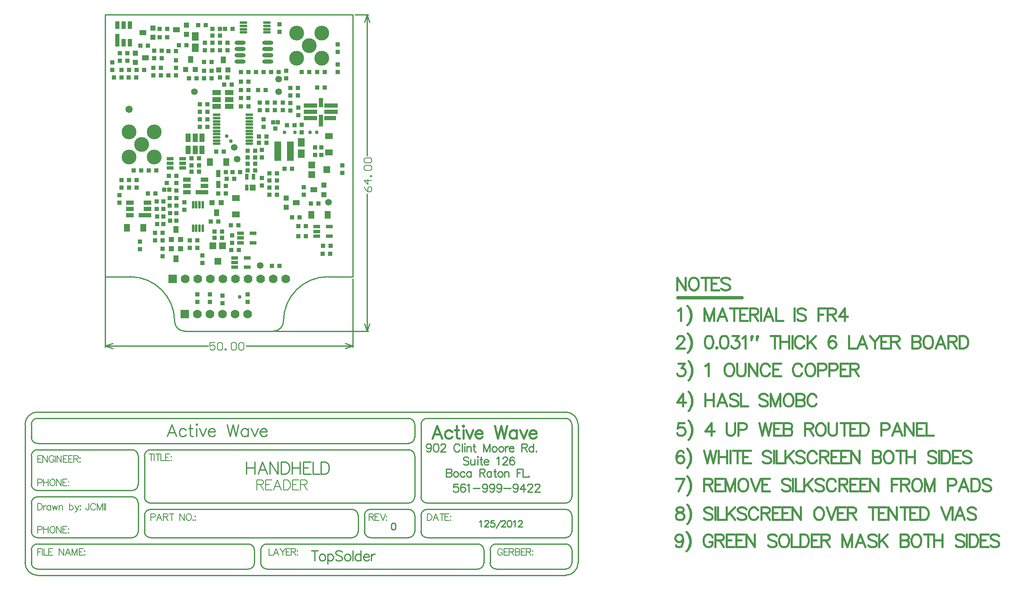
<source format=gts>
%FSLAX23Y23*%
%MOIN*%
G70*
G01*
G75*
G04 Layer_Color=8388736*
%ADD10R,0.050X0.020*%
%ADD11R,0.030X0.030*%
%ADD12R,0.030X0.030*%
%ADD13R,0.059X0.031*%
%ADD14R,0.040X0.055*%
%ADD15R,0.050X0.036*%
%ADD16R,0.036X0.036*%
%ADD17R,0.050X0.150*%
%ADD18R,0.030X0.020*%
%ADD19R,0.024X0.024*%
%ADD20O,0.080X0.024*%
%ADD21O,0.060X0.016*%
%ADD22R,0.024X0.090*%
%ADD23R,0.100X0.024*%
%ADD24R,0.024X0.070*%
%ADD25R,0.090X0.024*%
%ADD26R,0.025X0.055*%
%ADD27R,0.025X0.095*%
%ADD28O,0.060X0.016*%
%ADD29R,0.020X0.039*%
%ADD30R,0.039X0.039*%
%ADD31R,0.047X0.047*%
%ADD32C,0.050*%
%ADD33R,0.031X0.059*%
%ADD34R,0.055X0.040*%
%ADD35R,0.036X0.036*%
%ADD36R,0.036X0.050*%
%ADD37R,0.095X0.025*%
%ADD38R,0.055X0.025*%
%ADD39R,0.047X0.047*%
%ADD40O,0.016X0.060*%
%ADD41R,0.050X0.060*%
%ADD42C,0.008*%
%ADD43C,0.014*%
%ADD44C,0.012*%
%ADD45C,0.030*%
%ADD46C,0.010*%
%ADD47C,0.020*%
%ADD48C,0.006*%
%ADD49C,0.009*%
%ADD50C,0.005*%
%ADD51C,0.015*%
%ADD52C,0.025*%
%ADD53R,0.062X0.062*%
%ADD54C,0.062*%
%ADD55C,0.110*%
%ADD56C,0.045*%
%ADD57C,0.022*%
%ADD58C,0.060*%
%ADD59R,0.014X0.035*%
%ADD60R,0.014X0.035*%
%ADD61R,0.059X0.075*%
%ADD62R,0.250X0.150*%
%ADD63R,0.250X0.140*%
%ADD64R,0.080X0.060*%
%ADD65R,0.063X0.051*%
%ADD66O,0.060X0.014*%
%ADD67R,0.060X0.060*%
%ADD68C,0.010*%
%ADD69R,0.058X0.028*%
%ADD70R,0.038X0.038*%
%ADD71R,0.038X0.038*%
%ADD72R,0.067X0.039*%
%ADD73R,0.048X0.063*%
%ADD74R,0.058X0.044*%
%ADD75R,0.044X0.044*%
%ADD76R,0.058X0.158*%
%ADD77R,0.038X0.028*%
%ADD78R,0.032X0.032*%
%ADD79O,0.088X0.032*%
%ADD80O,0.064X0.020*%
%ADD81R,0.032X0.098*%
%ADD82R,0.108X0.032*%
%ADD83R,0.032X0.078*%
%ADD84R,0.098X0.032*%
%ADD85R,0.033X0.063*%
%ADD86R,0.033X0.103*%
%ADD87O,0.064X0.020*%
%ADD88R,0.028X0.047*%
%ADD89R,0.047X0.047*%
%ADD90R,0.055X0.055*%
%ADD91C,0.058*%
%ADD92R,0.039X0.067*%
%ADD93R,0.063X0.048*%
%ADD94R,0.044X0.044*%
%ADD95R,0.044X0.058*%
%ADD96R,0.103X0.033*%
%ADD97R,0.063X0.033*%
%ADD98R,0.055X0.055*%
%ADD99O,0.020X0.064*%
%ADD100R,0.058X0.068*%
%ADD101R,0.070X0.070*%
%ADD102C,0.070*%
%ADD103C,0.118*%
%ADD104C,0.053*%
%ADD105C,0.030*%
D42*
X-1115Y-1372D02*
Y-1412D01*
X-1117Y-1420D01*
X-1120Y-1422D01*
X-1125Y-1425D01*
X-1130D01*
X-1135Y-1422D01*
X-1137Y-1420D01*
X-1140Y-1412D01*
Y-1407D01*
X-1063Y-1384D02*
X-1065Y-1379D01*
X-1070Y-1374D01*
X-1076Y-1372D01*
X-1086D01*
X-1091Y-1374D01*
X-1096Y-1379D01*
X-1098Y-1384D01*
X-1101Y-1392D01*
Y-1405D01*
X-1098Y-1412D01*
X-1096Y-1417D01*
X-1091Y-1422D01*
X-1086Y-1425D01*
X-1076D01*
X-1070Y-1422D01*
X-1065Y-1417D01*
X-1063Y-1412D01*
X-1048Y-1372D02*
Y-1425D01*
Y-1372D02*
X-1028Y-1425D01*
X-1007Y-1372D02*
X-1028Y-1425D01*
X-1007Y-1372D02*
Y-1425D01*
X-992Y-1372D02*
Y-1425D01*
X-981Y-1372D02*
Y-1425D01*
X220Y-1184D02*
Y-1264D01*
Y-1184D02*
X254D01*
X266Y-1188D01*
X270Y-1192D01*
X273Y-1200D01*
Y-1207D01*
X270Y-1215D01*
X266Y-1219D01*
X254Y-1222D01*
X220D01*
X247D02*
X273Y-1264D01*
X341Y-1184D02*
X291D01*
Y-1264D01*
X341D01*
X291Y-1222D02*
X322D01*
X415Y-1264D02*
X385Y-1184D01*
X354Y-1264D01*
X365Y-1238D02*
X404D01*
X434Y-1184D02*
Y-1264D01*
Y-1184D02*
X460D01*
X472Y-1188D01*
X479Y-1196D01*
X483Y-1203D01*
X487Y-1215D01*
Y-1234D01*
X483Y-1245D01*
X479Y-1253D01*
X472Y-1261D01*
X460Y-1264D01*
X434D01*
X554Y-1184D02*
X505D01*
Y-1264D01*
X554D01*
X505Y-1222D02*
X535D01*
X568Y-1184D02*
Y-1264D01*
Y-1184D02*
X602D01*
X613Y-1188D01*
X617Y-1192D01*
X621Y-1200D01*
Y-1207D01*
X617Y-1215D01*
X613Y-1219D01*
X602Y-1222D01*
X568D01*
X594D02*
X621Y-1264D01*
D46*
X681Y-1748D02*
Y-1828D01*
X654Y-1748D02*
X707D01*
X736Y-1775D02*
X728Y-1778D01*
X721Y-1786D01*
X717Y-1798D01*
Y-1805D01*
X721Y-1817D01*
X728Y-1824D01*
X736Y-1828D01*
X747D01*
X755Y-1824D01*
X763Y-1817D01*
X766Y-1805D01*
Y-1798D01*
X763Y-1786D01*
X755Y-1778D01*
X747Y-1775D01*
X736D01*
X784D02*
Y-1855D01*
Y-1786D02*
X791Y-1778D01*
X799Y-1775D01*
X811D01*
X818Y-1778D01*
X826Y-1786D01*
X830Y-1798D01*
Y-1805D01*
X826Y-1817D01*
X818Y-1824D01*
X811Y-1828D01*
X799D01*
X791Y-1824D01*
X784Y-1817D01*
X900Y-1759D02*
X892Y-1752D01*
X881Y-1748D01*
X866D01*
X854Y-1752D01*
X847Y-1759D01*
Y-1767D01*
X851Y-1775D01*
X854Y-1778D01*
X862Y-1782D01*
X885Y-1790D01*
X892Y-1794D01*
X896Y-1798D01*
X900Y-1805D01*
Y-1817D01*
X892Y-1824D01*
X881Y-1828D01*
X866D01*
X854Y-1824D01*
X847Y-1817D01*
X937Y-1775D02*
X929Y-1778D01*
X922Y-1786D01*
X918Y-1798D01*
Y-1805D01*
X922Y-1817D01*
X929Y-1824D01*
X937Y-1828D01*
X948D01*
X956Y-1824D01*
X964Y-1817D01*
X967Y-1805D01*
Y-1798D01*
X964Y-1786D01*
X956Y-1778D01*
X948Y-1775D01*
X937D01*
X985Y-1748D02*
Y-1828D01*
X1047Y-1748D02*
Y-1828D01*
Y-1786D02*
X1040Y-1778D01*
X1032Y-1775D01*
X1021D01*
X1013Y-1778D01*
X1006Y-1786D01*
X1002Y-1798D01*
Y-1805D01*
X1006Y-1817D01*
X1013Y-1824D01*
X1021Y-1828D01*
X1032D01*
X1040Y-1824D01*
X1047Y-1817D01*
X1069Y-1798D02*
X1114D01*
Y-1790D01*
X1111Y-1782D01*
X1107Y-1778D01*
X1099Y-1775D01*
X1088D01*
X1080Y-1778D01*
X1073Y-1786D01*
X1069Y-1798D01*
Y-1805D01*
X1073Y-1817D01*
X1080Y-1824D01*
X1088Y-1828D01*
X1099D01*
X1107Y-1824D01*
X1114Y-1817D01*
X1132Y-1775D02*
Y-1828D01*
Y-1798D02*
X1135Y-1786D01*
X1143Y-1778D01*
X1151Y-1775D01*
X1162D01*
X984Y-126D02*
Y417D01*
X-984Y-126D02*
Y435D01*
X135Y-116D02*
X984D01*
X-984D02*
X-167D01*
X924Y-96D02*
X984Y-116D01*
X924Y-136D02*
X984Y-116D01*
X-984D02*
X-924Y-136D01*
X-984Y-116D02*
X-924Y-96D01*
X1000Y2520D02*
X1108D01*
X369Y-0D02*
X1108D01*
X1098Y1395D02*
Y2520D01*
Y-0D02*
Y1093D01*
X1078Y2460D02*
X1098Y2520D01*
X1118Y2460D01*
X1098Y-0D02*
X1118Y60D01*
X1078D02*
X1098Y-0D01*
X354D02*
G03*
X433Y79I0J79D01*
G01*
X-433D02*
G03*
X-354Y-0I79J0D01*
G01*
X787Y433D02*
G03*
X433Y79I0J-354D01*
G01*
X-433D02*
G03*
X-787Y433I-354J0D01*
G01*
X-985Y2520D02*
X985D01*
X984Y432D02*
Y2520D01*
X787Y433D02*
X985Y433D01*
X-354Y0D02*
X354D01*
X-985Y433D02*
Y2520D01*
Y433D02*
X-787D01*
X2727Y-1468D02*
G03*
X2678Y-1419I-49J0D01*
G01*
X1577D02*
G03*
X1527Y-1469I0J-50D01*
G01*
X2677Y-1369D02*
G03*
X2727Y-1319I0J50D01*
G01*
X1527D02*
G03*
X1577Y-1369I50J0D01*
G01*
X-1523Y-644D02*
G03*
X-1623Y-744I0J-100D01*
G01*
Y-1843D02*
G03*
X-1524Y-1944I101J0D01*
G01*
X2677Y-1944D02*
G03*
X2777Y-1844I0J100D01*
G01*
Y-744D02*
G03*
X2677Y-644I-100J0D01*
G01*
X2727Y-743D02*
G03*
X2676Y-694I-49J0D01*
G01*
X2677Y-1644D02*
G03*
X2727Y-1594I0J50D01*
G01*
X2727Y-1743D02*
G03*
X2677Y-1694I-50J-1D01*
G01*
Y-1894D02*
G03*
X2727Y-1844I0J50D01*
G01*
X1427Y-1644D02*
G03*
X1477Y-1594I0J50D01*
G01*
X1527Y-1595D02*
G03*
X1577Y-1644I49J0D01*
G01*
X1477Y-1468D02*
G03*
X1428Y-1419I-49J0D01*
G01*
X-1573Y-1844D02*
G03*
X-1524Y-1894I50J0D01*
G01*
X1428Y-1369D02*
G03*
X1477Y-1319I-1J50D01*
G01*
X-1523Y-1694D02*
G03*
X-1573Y-1744I0J-50D01*
G01*
X1477Y-994D02*
G03*
X1427Y-944I-50J0D01*
G01*
Y-894D02*
G03*
X1477Y-844I0J50D01*
G01*
X1577Y-694D02*
G03*
X1527Y-744I0J-50D01*
G01*
X1477D02*
G03*
X1427Y-694I-50J0D01*
G01*
X-1523D02*
G03*
X-1573Y-744I0J-50D01*
G01*
Y-844D02*
G03*
X-1523Y-894I50J0D01*
G01*
Y-944D02*
G03*
X-1573Y-994I0J-50D01*
G01*
Y-1219D02*
G03*
X-1523Y-1269I50J0D01*
G01*
Y-1319D02*
G03*
X-1573Y-1369I0J-50D01*
G01*
Y-1594D02*
G03*
X-1524Y-1644I50J0D01*
G01*
X-623Y-944D02*
G03*
X-673Y-994I0J-50D01*
G01*
X-623Y-1419D02*
G03*
X-673Y-1469I0J-50D01*
G01*
X1125Y-1419D02*
G03*
X1077Y-1469I0J-48D01*
G01*
X1077Y-1593D02*
G03*
X1127Y-1644I51J0D01*
G01*
X978Y-1644D02*
G03*
X1027Y-1594I0J49D01*
G01*
X1027Y-1468D02*
G03*
X978Y-1419I-49J0D01*
G01*
X-772Y-1644D02*
G03*
X-723Y-1595I0J49D01*
G01*
X-673D02*
G03*
X-624Y-1644I49J0D01*
G01*
X-673Y-1320D02*
G03*
X-624Y-1369I49J0D01*
G01*
X-723Y-1368D02*
G03*
X-774Y-1319I-49J0D01*
G01*
X-771Y-1269D02*
G03*
X-723Y-1221I0J48D01*
G01*
Y-993D02*
G03*
X-772Y-944I-49J0D01*
G01*
X2127Y-1694D02*
G03*
X2077Y-1744I0J-50D01*
G01*
Y-1845D02*
G03*
X2127Y-1894I49J0D01*
G01*
X1978Y-1894D02*
G03*
X2027Y-1844I1J48D01*
G01*
X2027Y-1744D02*
G03*
X1977Y-1694I-50J0D01*
G01*
X252Y-1844D02*
G03*
X301Y-1894I50J0D01*
G01*
X302Y-1694D02*
G03*
X252Y-1744I0J-50D01*
G01*
X153Y-1894D02*
G03*
X202Y-1844I1J48D01*
G01*
X202Y-1744D02*
G03*
X152Y-1694I-50J0D01*
G01*
X2727Y-1594D02*
Y-1468D01*
X1527Y-1594D02*
Y-1469D01*
X2727Y-1319D02*
Y-744D01*
X1527Y-1319D02*
Y-744D01*
X-1623Y-1844D02*
Y-744D01*
X-1573Y-1844D02*
Y-1744D01*
X2727Y-1844D02*
Y-1744D01*
X1477Y-1594D02*
Y-1469D01*
X1077Y-1594D02*
Y-1469D01*
X-673Y-1594D02*
Y-1469D01*
X1027Y-1594D02*
Y-1469D01*
X-673Y-1319D02*
Y-994D01*
X1477Y-1319D02*
Y-994D01*
Y-844D02*
Y-744D01*
X-1573Y-844D02*
Y-744D01*
X-723Y-1219D02*
Y-994D01*
X-1573Y-1219D02*
Y-994D01*
X-723Y-1594D02*
Y-1369D01*
X-1573Y-1594D02*
Y-1369D01*
X2777Y-1844D02*
Y-744D01*
X2077Y-1844D02*
Y-1744D01*
X2027Y-1844D02*
Y-1744D01*
X252Y-1844D02*
Y-1744D01*
X202Y-1844D02*
Y-1744D01*
X1577Y-1419D02*
X2677D01*
X1577Y-1369D02*
X2677D01*
X-623D02*
X1427D01*
X1577Y-694D02*
X2677D01*
X1577Y-1644D02*
X2677D01*
X1127Y-1419D02*
X1427D01*
X1127Y-1644D02*
X1427D01*
X-623D02*
X977D01*
X-623Y-1419D02*
X977D01*
X-623Y-944D02*
X1427D01*
X-1523Y-894D02*
X1427D01*
X-1523Y-944D02*
X-773D01*
X-1523Y-1269D02*
X-773D01*
X-1523Y-1319D02*
X-773D01*
X-1523Y-1644D02*
X-773D01*
X-1523Y-644D02*
X2677D01*
X-1523Y-1944D02*
X2677D01*
X-1523Y-694D02*
X1427D01*
X2127Y-1694D02*
X2677D01*
X2127Y-1894D02*
X2677D01*
X302Y-1694D02*
X1977D01*
X-1523D02*
X152D01*
X-1523Y-1894D02*
X152D01*
X302D02*
X1977D01*
X1728Y-1096D02*
Y-1160D01*
Y-1096D02*
X1756D01*
X1765Y-1099D01*
X1768Y-1102D01*
X1771Y-1108D01*
Y-1114D01*
X1768Y-1120D01*
X1765Y-1123D01*
X1756Y-1126D01*
X1728D02*
X1756D01*
X1765Y-1129D01*
X1768Y-1132D01*
X1771Y-1138D01*
Y-1148D01*
X1768Y-1154D01*
X1765Y-1157D01*
X1756Y-1160D01*
X1728D01*
X1800Y-1117D02*
X1794Y-1120D01*
X1788Y-1126D01*
X1785Y-1135D01*
Y-1141D01*
X1788Y-1151D01*
X1794Y-1157D01*
X1800Y-1160D01*
X1809D01*
X1816Y-1157D01*
X1822Y-1151D01*
X1825Y-1141D01*
Y-1135D01*
X1822Y-1126D01*
X1816Y-1120D01*
X1809Y-1117D01*
X1800D01*
X1875Y-1126D02*
X1869Y-1120D01*
X1863Y-1117D01*
X1854D01*
X1848Y-1120D01*
X1842Y-1126D01*
X1839Y-1135D01*
Y-1141D01*
X1842Y-1151D01*
X1848Y-1157D01*
X1854Y-1160D01*
X1863D01*
X1869Y-1157D01*
X1875Y-1151D01*
X1926Y-1117D02*
Y-1160D01*
Y-1126D02*
X1919Y-1120D01*
X1913Y-1117D01*
X1904D01*
X1898Y-1120D01*
X1892Y-1126D01*
X1889Y-1135D01*
Y-1141D01*
X1892Y-1151D01*
X1898Y-1157D01*
X1904Y-1160D01*
X1913D01*
X1919Y-1157D01*
X1926Y-1151D01*
X1993Y-1096D02*
Y-1160D01*
Y-1096D02*
X2020D01*
X2029Y-1099D01*
X2032Y-1102D01*
X2036Y-1108D01*
Y-1114D01*
X2032Y-1120D01*
X2029Y-1123D01*
X2020Y-1126D01*
X1993D01*
X2014D02*
X2036Y-1160D01*
X2086Y-1117D02*
Y-1160D01*
Y-1126D02*
X2080Y-1120D01*
X2074Y-1117D01*
X2065D01*
X2059Y-1120D01*
X2053Y-1126D01*
X2050Y-1135D01*
Y-1141D01*
X2053Y-1151D01*
X2059Y-1157D01*
X2065Y-1160D01*
X2074D01*
X2080Y-1157D01*
X2086Y-1151D01*
X2113Y-1096D02*
Y-1148D01*
X2116Y-1157D01*
X2122Y-1160D01*
X2128D01*
X2103Y-1117D02*
X2125D01*
X2152D02*
X2146Y-1120D01*
X2140Y-1126D01*
X2137Y-1135D01*
Y-1141D01*
X2140Y-1151D01*
X2146Y-1157D01*
X2152Y-1160D01*
X2161D01*
X2167Y-1157D01*
X2174Y-1151D01*
X2177Y-1141D01*
Y-1135D01*
X2174Y-1126D01*
X2167Y-1120D01*
X2161Y-1117D01*
X2152D01*
X2191D02*
Y-1160D01*
Y-1129D02*
X2200Y-1120D01*
X2206Y-1117D01*
X2215D01*
X2221Y-1120D01*
X2224Y-1129D01*
Y-1160D01*
X2291Y-1096D02*
Y-1160D01*
Y-1096D02*
X2331D01*
X2291Y-1126D02*
X2316D01*
X2338Y-1096D02*
Y-1160D01*
X2375D01*
X2385Y-1154D02*
X2382Y-1157D01*
X2385Y-1160D01*
X2388Y-1157D01*
X2385Y-1154D01*
X1608Y-917D02*
X1605Y-926D01*
X1599Y-932D01*
X1589Y-935D01*
X1586D01*
X1577Y-932D01*
X1571Y-926D01*
X1568Y-917D01*
Y-914D01*
X1571Y-905D01*
X1577Y-899D01*
X1586Y-896D01*
X1589D01*
X1599Y-899D01*
X1605Y-905D01*
X1608Y-917D01*
Y-932D01*
X1605Y-948D01*
X1599Y-957D01*
X1589Y-960D01*
X1583D01*
X1574Y-957D01*
X1571Y-951D01*
X1643Y-896D02*
X1634Y-899D01*
X1628Y-908D01*
X1625Y-923D01*
Y-932D01*
X1628Y-948D01*
X1634Y-957D01*
X1643Y-960D01*
X1649D01*
X1659Y-957D01*
X1665Y-948D01*
X1668Y-932D01*
Y-923D01*
X1665Y-908D01*
X1659Y-899D01*
X1649Y-896D01*
X1643D01*
X1685Y-911D02*
Y-908D01*
X1688Y-902D01*
X1691Y-899D01*
X1697Y-896D01*
X1709D01*
X1716Y-899D01*
X1719Y-902D01*
X1722Y-908D01*
Y-914D01*
X1719Y-920D01*
X1713Y-929D01*
X1682Y-960D01*
X1725D01*
X1835Y-911D02*
X1832Y-905D01*
X1826Y-899D01*
X1820Y-896D01*
X1808D01*
X1801Y-899D01*
X1795Y-905D01*
X1792Y-911D01*
X1789Y-920D01*
Y-935D01*
X1792Y-945D01*
X1795Y-951D01*
X1801Y-957D01*
X1808Y-960D01*
X1820D01*
X1826Y-957D01*
X1832Y-951D01*
X1835Y-945D01*
X1853Y-896D02*
Y-960D01*
X1872Y-896D02*
X1876Y-899D01*
X1879Y-896D01*
X1876Y-893D01*
X1872Y-896D01*
X1876Y-917D02*
Y-960D01*
X1890Y-917D02*
Y-960D01*
Y-929D02*
X1899Y-920D01*
X1905Y-917D01*
X1914D01*
X1920Y-920D01*
X1923Y-929D01*
Y-960D01*
X1949Y-896D02*
Y-948D01*
X1952Y-957D01*
X1958Y-960D01*
X1965D01*
X1940Y-917D02*
X1961D01*
X2024Y-896D02*
Y-960D01*
Y-896D02*
X2048Y-960D01*
X2073Y-896D02*
X2048Y-960D01*
X2073Y-896D02*
Y-960D01*
X2106Y-917D02*
X2100Y-920D01*
X2094Y-926D01*
X2091Y-935D01*
Y-941D01*
X2094Y-951D01*
X2100Y-957D01*
X2106Y-960D01*
X2115D01*
X2121Y-957D01*
X2128Y-951D01*
X2131Y-941D01*
Y-935D01*
X2128Y-926D01*
X2121Y-920D01*
X2115Y-917D01*
X2106D01*
X2160D02*
X2154Y-920D01*
X2148Y-926D01*
X2145Y-935D01*
Y-941D01*
X2148Y-951D01*
X2154Y-957D01*
X2160Y-960D01*
X2169D01*
X2175Y-957D01*
X2181Y-951D01*
X2184Y-941D01*
Y-935D01*
X2181Y-926D01*
X2175Y-920D01*
X2169Y-917D01*
X2160D01*
X2198D02*
Y-960D01*
Y-935D02*
X2201Y-926D01*
X2207Y-920D01*
X2213Y-917D01*
X2223D01*
X2228Y-935D02*
X2265D01*
Y-929D01*
X2262Y-923D01*
X2259Y-920D01*
X2253Y-917D01*
X2244D01*
X2238Y-920D01*
X2231Y-926D01*
X2228Y-935D01*
Y-941D01*
X2231Y-951D01*
X2238Y-957D01*
X2244Y-960D01*
X2253D01*
X2259Y-957D01*
X2265Y-951D01*
X2329Y-896D02*
Y-960D01*
Y-896D02*
X2356D01*
X2365Y-899D01*
X2369Y-902D01*
X2372Y-908D01*
Y-914D01*
X2369Y-920D01*
X2365Y-923D01*
X2356Y-926D01*
X2329D01*
X2350D02*
X2372Y-960D01*
X2422Y-896D02*
Y-960D01*
Y-926D02*
X2416Y-920D01*
X2410Y-917D01*
X2401D01*
X2395Y-920D01*
X2389Y-926D01*
X2386Y-935D01*
Y-941D01*
X2389Y-951D01*
X2395Y-957D01*
X2401Y-960D01*
X2410D01*
X2416Y-957D01*
X2422Y-951D01*
X2443Y-954D02*
X2440Y-957D01*
X2443Y-960D01*
X2446Y-957D01*
X2443Y-954D01*
X1820Y-1216D02*
X1789D01*
X1786Y-1243D01*
X1789Y-1240D01*
X1798Y-1237D01*
X1807D01*
X1817Y-1240D01*
X1823Y-1246D01*
X1826Y-1255D01*
Y-1261D01*
X1823Y-1271D01*
X1817Y-1277D01*
X1807Y-1280D01*
X1798D01*
X1789Y-1277D01*
X1786Y-1274D01*
X1783Y-1268D01*
X1877Y-1225D02*
X1874Y-1219D01*
X1864Y-1216D01*
X1858D01*
X1849Y-1219D01*
X1843Y-1228D01*
X1840Y-1243D01*
Y-1258D01*
X1843Y-1271D01*
X1849Y-1277D01*
X1858Y-1280D01*
X1861D01*
X1871Y-1277D01*
X1877Y-1271D01*
X1880Y-1261D01*
Y-1258D01*
X1877Y-1249D01*
X1871Y-1243D01*
X1861Y-1240D01*
X1858D01*
X1849Y-1243D01*
X1843Y-1249D01*
X1840Y-1258D01*
X1894Y-1228D02*
X1900Y-1225D01*
X1909Y-1216D01*
Y-1280D01*
X1941Y-1252D02*
X1995D01*
X2054Y-1237D02*
X2051Y-1246D01*
X2045Y-1252D01*
X2036Y-1255D01*
X2033D01*
X2023Y-1252D01*
X2017Y-1246D01*
X2014Y-1237D01*
Y-1234D01*
X2017Y-1225D01*
X2023Y-1219D01*
X2033Y-1216D01*
X2036D01*
X2045Y-1219D01*
X2051Y-1225D01*
X2054Y-1237D01*
Y-1252D01*
X2051Y-1268D01*
X2045Y-1277D01*
X2036Y-1280D01*
X2030D01*
X2020Y-1277D01*
X2017Y-1271D01*
X2111Y-1237D02*
X2108Y-1246D01*
X2102Y-1252D01*
X2093Y-1255D01*
X2090D01*
X2080Y-1252D01*
X2074Y-1246D01*
X2071Y-1237D01*
Y-1234D01*
X2074Y-1225D01*
X2080Y-1219D01*
X2090Y-1216D01*
X2093D01*
X2102Y-1219D01*
X2108Y-1225D01*
X2111Y-1237D01*
Y-1252D01*
X2108Y-1268D01*
X2102Y-1277D01*
X2093Y-1280D01*
X2087D01*
X2077Y-1277D01*
X2074Y-1271D01*
X2168Y-1237D02*
X2165Y-1246D01*
X2159Y-1252D01*
X2150Y-1255D01*
X2147D01*
X2137Y-1252D01*
X2131Y-1246D01*
X2128Y-1237D01*
Y-1234D01*
X2131Y-1225D01*
X2137Y-1219D01*
X2147Y-1216D01*
X2150D01*
X2159Y-1219D01*
X2165Y-1225D01*
X2168Y-1237D01*
Y-1252D01*
X2165Y-1268D01*
X2159Y-1277D01*
X2150Y-1280D01*
X2144D01*
X2134Y-1277D01*
X2131Y-1271D01*
X2185Y-1252D02*
X2240D01*
X2299Y-1237D02*
X2296Y-1246D01*
X2290Y-1252D01*
X2280Y-1255D01*
X2277D01*
X2268Y-1252D01*
X2262Y-1246D01*
X2259Y-1237D01*
Y-1234D01*
X2262Y-1225D01*
X2268Y-1219D01*
X2277Y-1216D01*
X2280D01*
X2290Y-1219D01*
X2296Y-1225D01*
X2299Y-1237D01*
Y-1252D01*
X2296Y-1268D01*
X2290Y-1277D01*
X2280Y-1280D01*
X2274D01*
X2265Y-1277D01*
X2262Y-1271D01*
X2346Y-1216D02*
X2316Y-1258D01*
X2362D01*
X2346Y-1216D02*
Y-1280D01*
X2376Y-1231D02*
Y-1228D01*
X2379Y-1222D01*
X2382Y-1219D01*
X2388Y-1216D01*
X2400D01*
X2407Y-1219D01*
X2410Y-1222D01*
X2413Y-1228D01*
Y-1234D01*
X2410Y-1240D01*
X2403Y-1249D01*
X2373Y-1280D01*
X2416D01*
X2433Y-1231D02*
Y-1228D01*
X2436Y-1222D01*
X2439Y-1219D01*
X2445Y-1216D01*
X2457D01*
X2463Y-1219D01*
X2467Y-1222D01*
X2470Y-1228D01*
Y-1234D01*
X2467Y-1240D01*
X2460Y-1249D01*
X2430Y-1280D01*
X2473D01*
X1906Y-1010D02*
X1900Y-1004D01*
X1891Y-1001D01*
X1878D01*
X1869Y-1004D01*
X1863Y-1010D01*
Y-1016D01*
X1866Y-1022D01*
X1869Y-1025D01*
X1875Y-1028D01*
X1894Y-1034D01*
X1900Y-1037D01*
X1903Y-1040D01*
X1906Y-1046D01*
Y-1056D01*
X1900Y-1062D01*
X1891Y-1065D01*
X1878D01*
X1869Y-1062D01*
X1863Y-1056D01*
X1920Y-1022D02*
Y-1053D01*
X1923Y-1062D01*
X1929Y-1065D01*
X1938D01*
X1944Y-1062D01*
X1954Y-1053D01*
Y-1022D02*
Y-1065D01*
X1976Y-1001D02*
X1979Y-1004D01*
X1983Y-1001D01*
X1979Y-998D01*
X1976Y-1001D01*
X1979Y-1022D02*
Y-1065D01*
X2003Y-1001D02*
Y-1053D01*
X2006Y-1062D01*
X2012Y-1065D01*
X2018D01*
X1994Y-1022D02*
X2015D01*
X2027Y-1040D02*
X2064D01*
Y-1034D01*
X2061Y-1028D01*
X2058Y-1025D01*
X2052Y-1022D01*
X2043D01*
X2036Y-1025D01*
X2030Y-1031D01*
X2027Y-1040D01*
Y-1046D01*
X2030Y-1056D01*
X2036Y-1062D01*
X2043Y-1065D01*
X2052D01*
X2058Y-1062D01*
X2064Y-1056D01*
X2128Y-1013D02*
X2134Y-1010D01*
X2143Y-1001D01*
Y-1065D01*
X2178Y-1016D02*
Y-1013D01*
X2181Y-1007D01*
X2184Y-1004D01*
X2190Y-1001D01*
X2202D01*
X2208Y-1004D01*
X2211Y-1007D01*
X2214Y-1013D01*
Y-1019D01*
X2211Y-1025D01*
X2205Y-1034D01*
X2175Y-1065D01*
X2217D01*
X2268Y-1010D02*
X2265Y-1004D01*
X2256Y-1001D01*
X2250D01*
X2241Y-1004D01*
X2235Y-1013D01*
X2232Y-1028D01*
Y-1043D01*
X2235Y-1056D01*
X2241Y-1062D01*
X2250Y-1065D01*
X2253D01*
X2262Y-1062D01*
X2268Y-1056D01*
X2271Y-1046D01*
Y-1043D01*
X2268Y-1034D01*
X2262Y-1028D01*
X2253Y-1025D01*
X2250D01*
X2241Y-1028D01*
X2235Y-1034D01*
X2232Y-1043D01*
D48*
X-111Y-92D02*
X-151D01*
Y-122D01*
X-131Y-112D01*
X-121D01*
X-111Y-122D01*
Y-142D01*
X-121Y-152D01*
X-141D01*
X-151Y-142D01*
X-91Y-102D02*
X-81Y-92D01*
X-61D01*
X-51Y-102D01*
Y-142D01*
X-61Y-152D01*
X-81D01*
X-91Y-142D01*
Y-102D01*
X-31Y-152D02*
Y-142D01*
X-21D01*
Y-152D01*
X-31D01*
X19Y-102D02*
X29Y-92D01*
X49D01*
X59Y-102D01*
Y-142D01*
X49Y-152D01*
X29D01*
X19Y-142D01*
Y-102D01*
X79D02*
X89Y-92D01*
X109D01*
X119Y-102D01*
Y-142D01*
X109Y-152D01*
X89D01*
X79Y-142D01*
Y-102D01*
X1074Y1149D02*
X1084Y1129D01*
X1104Y1109D01*
X1124D01*
X1134Y1119D01*
Y1139D01*
X1124Y1149D01*
X1114D01*
X1104Y1139D01*
Y1109D01*
X1134Y1199D02*
X1074D01*
X1104Y1169D01*
Y1209D01*
X1134Y1229D02*
X1124D01*
Y1239D01*
X1134D01*
Y1229D01*
X1084Y1279D02*
X1074Y1289D01*
Y1309D01*
X1084Y1319D01*
X1124D01*
X1134Y1309D01*
Y1289D01*
X1124Y1279D01*
X1084D01*
Y1339D02*
X1074Y1349D01*
Y1369D01*
X1084Y1379D01*
X1124D01*
X1134Y1369D01*
Y1349D01*
X1124Y1339D01*
X1084D01*
D49*
X1305Y-1528D02*
X1297Y-1531D01*
X1292Y-1538D01*
X1290Y-1551D01*
Y-1559D01*
X1292Y-1571D01*
X1297Y-1579D01*
X1305Y-1581D01*
X1310D01*
X1317Y-1579D01*
X1323Y-1571D01*
X1325Y-1559D01*
Y-1551D01*
X1323Y-1538D01*
X1317Y-1531D01*
X1310Y-1528D01*
X1305D01*
X139Y-1041D02*
Y-1137D01*
X203Y-1041D02*
Y-1137D01*
X139Y-1087D02*
X203D01*
X303Y-1137D02*
X266Y-1041D01*
X230Y-1137D01*
X243Y-1105D02*
X289D01*
X325Y-1041D02*
Y-1137D01*
Y-1041D02*
X389Y-1137D01*
Y-1041D02*
Y-1137D01*
X416Y-1041D02*
Y-1137D01*
Y-1041D02*
X448D01*
X461Y-1046D01*
X471Y-1055D01*
X475Y-1064D01*
X480Y-1078D01*
Y-1100D01*
X475Y-1114D01*
X471Y-1123D01*
X461Y-1132D01*
X448Y-1137D01*
X416D01*
X501Y-1041D02*
Y-1137D01*
X565Y-1041D02*
Y-1137D01*
X501Y-1087D02*
X565D01*
X651Y-1041D02*
X592D01*
Y-1137D01*
X651D01*
X592Y-1087D02*
X628D01*
X667Y-1041D02*
Y-1137D01*
X722D01*
X732Y-1041D02*
Y-1137D01*
Y-1041D02*
X764D01*
X778Y-1046D01*
X787Y-1055D01*
X792Y-1064D01*
X796Y-1078D01*
Y-1100D01*
X792Y-1114D01*
X787Y-1123D01*
X778Y-1132D01*
X764Y-1137D01*
X732D01*
X-420Y-839D02*
X-456Y-743D01*
X-493Y-839D01*
X-479Y-807D02*
X-434D01*
X-343Y-789D02*
X-352Y-780D01*
X-361Y-775D01*
X-375D01*
X-384Y-780D01*
X-393Y-789D01*
X-397Y-802D01*
Y-812D01*
X-393Y-825D01*
X-384Y-834D01*
X-375Y-839D01*
X-361D01*
X-352Y-834D01*
X-343Y-825D01*
X-308Y-743D02*
Y-821D01*
X-304Y-834D01*
X-295Y-839D01*
X-285D01*
X-322Y-775D02*
X-290D01*
X-263Y-743D02*
X-258Y-748D01*
X-253Y-743D01*
X-258Y-738D01*
X-263Y-743D01*
X-258Y-775D02*
Y-839D01*
X-237Y-775D02*
X-209Y-839D01*
X-182Y-775D02*
X-209Y-839D01*
X-166Y-802D02*
X-111D01*
Y-793D01*
X-116Y-784D01*
X-120Y-780D01*
X-130Y-775D01*
X-143D01*
X-152Y-780D01*
X-162Y-789D01*
X-166Y-802D01*
Y-812D01*
X-162Y-825D01*
X-152Y-834D01*
X-143Y-839D01*
X-130D01*
X-120Y-834D01*
X-111Y-825D01*
X-15Y-743D02*
X7Y-839D01*
X30Y-743D02*
X7Y-839D01*
X30Y-743D02*
X53Y-839D01*
X76Y-743D02*
X53Y-839D01*
X150Y-775D02*
Y-839D01*
Y-789D02*
X141Y-780D01*
X132Y-775D01*
X118D01*
X109Y-780D01*
X100Y-789D01*
X95Y-802D01*
Y-812D01*
X100Y-825D01*
X109Y-834D01*
X118Y-839D01*
X132D01*
X141Y-834D01*
X150Y-825D01*
X176Y-775D02*
X203Y-839D01*
X231Y-775D02*
X203Y-839D01*
X246Y-802D02*
X301D01*
Y-793D01*
X296Y-784D01*
X292Y-780D01*
X283Y-775D01*
X269D01*
X260Y-780D01*
X251Y-789D01*
X246Y-802D01*
Y-812D01*
X251Y-825D01*
X260Y-834D01*
X269Y-839D01*
X283D01*
X292Y-834D01*
X301Y-825D01*
X1992Y-1516D02*
X1997Y-1514D01*
X2004Y-1506D01*
Y-1559D01*
X2033Y-1519D02*
Y-1516D01*
X2036Y-1511D01*
X2039Y-1509D01*
X2044Y-1506D01*
X2054D01*
X2059Y-1509D01*
X2061Y-1511D01*
X2064Y-1516D01*
Y-1521D01*
X2061Y-1526D01*
X2056Y-1534D01*
X2031Y-1559D01*
X2066D01*
X2109Y-1506D02*
X2083D01*
X2081Y-1529D01*
X2083Y-1526D01*
X2091Y-1524D01*
X2099D01*
X2106Y-1526D01*
X2111Y-1531D01*
X2114Y-1539D01*
Y-1544D01*
X2111Y-1552D01*
X2106Y-1557D01*
X2099Y-1559D01*
X2091D01*
X2083Y-1557D01*
X2081Y-1554D01*
X2078Y-1549D01*
X2126Y-1567D02*
X2161Y-1506D01*
X2167Y-1519D02*
Y-1516D01*
X2170Y-1511D01*
X2173Y-1509D01*
X2178Y-1506D01*
X2188D01*
X2193Y-1509D01*
X2195Y-1511D01*
X2198Y-1516D01*
Y-1521D01*
X2195Y-1526D01*
X2190Y-1534D01*
X2165Y-1559D01*
X2201D01*
X2228Y-1506D02*
X2220Y-1509D01*
X2215Y-1516D01*
X2212Y-1529D01*
Y-1537D01*
X2215Y-1549D01*
X2220Y-1557D01*
X2228Y-1559D01*
X2233D01*
X2240Y-1557D01*
X2245Y-1549D01*
X2248Y-1537D01*
Y-1529D01*
X2245Y-1516D01*
X2240Y-1509D01*
X2233Y-1506D01*
X2228D01*
X2260Y-1516D02*
X2265Y-1514D01*
X2273Y-1506D01*
Y-1559D01*
X2302Y-1519D02*
Y-1516D01*
X2304Y-1511D01*
X2307Y-1509D01*
X2312Y-1506D01*
X2322D01*
X2327Y-1509D01*
X2329Y-1511D01*
X2332Y-1516D01*
Y-1521D01*
X2329Y-1526D01*
X2324Y-1534D01*
X2299Y-1559D01*
X2335D01*
D50*
X1577Y-1453D02*
Y-1506D01*
Y-1453D02*
X1595D01*
X1602Y-1456D01*
X1607Y-1461D01*
X1610Y-1466D01*
X1613Y-1473D01*
Y-1486D01*
X1610Y-1494D01*
X1607Y-1499D01*
X1602Y-1504D01*
X1595Y-1506D01*
X1577D01*
X1665D02*
X1645Y-1453D01*
X1624Y-1506D01*
X1632Y-1489D02*
X1658D01*
X1695Y-1453D02*
Y-1506D01*
X1678Y-1453D02*
X1713D01*
X1752D02*
X1719D01*
Y-1506D01*
X1752D01*
X1719Y-1479D02*
X1740D01*
X1764Y-1471D02*
X1761Y-1473D01*
X1764Y-1476D01*
X1766Y-1473D01*
X1764Y-1471D01*
Y-1501D02*
X1761Y-1504D01*
X1764Y-1506D01*
X1766Y-1504D01*
X1764Y-1501D01*
X1115Y-1453D02*
Y-1506D01*
Y-1453D02*
X1137D01*
X1145Y-1456D01*
X1148Y-1458D01*
X1150Y-1463D01*
Y-1468D01*
X1148Y-1473D01*
X1145Y-1476D01*
X1137Y-1479D01*
X1115D01*
X1132D02*
X1150Y-1506D01*
X1195Y-1453D02*
X1162D01*
Y-1506D01*
X1195D01*
X1162Y-1479D02*
X1182D01*
X1204Y-1453D02*
X1224Y-1506D01*
X1245Y-1453D02*
X1224Y-1506D01*
X1254Y-1471D02*
X1251Y-1473D01*
X1254Y-1476D01*
X1256Y-1473D01*
X1254Y-1471D01*
Y-1501D02*
X1251Y-1504D01*
X1254Y-1506D01*
X1256Y-1504D01*
X1254Y-1501D01*
X-1523Y-1206D02*
X-1500D01*
X-1493Y-1204D01*
X-1490Y-1201D01*
X-1487Y-1196D01*
Y-1188D01*
X-1490Y-1183D01*
X-1493Y-1181D01*
X-1500Y-1178D01*
X-1523D01*
Y-1231D01*
X-1476Y-1178D02*
Y-1231D01*
X-1440Y-1178D02*
Y-1231D01*
X-1476Y-1204D02*
X-1440D01*
X-1410Y-1178D02*
X-1415Y-1181D01*
X-1420Y-1186D01*
X-1423Y-1191D01*
X-1425Y-1198D01*
Y-1211D01*
X-1423Y-1219D01*
X-1420Y-1224D01*
X-1415Y-1229D01*
X-1410Y-1231D01*
X-1400D01*
X-1395Y-1229D01*
X-1390Y-1224D01*
X-1387Y-1219D01*
X-1385Y-1211D01*
Y-1198D01*
X-1387Y-1191D01*
X-1390Y-1186D01*
X-1395Y-1181D01*
X-1400Y-1178D01*
X-1410D01*
X-1372D02*
Y-1231D01*
Y-1178D02*
X-1337Y-1231D01*
Y-1178D02*
Y-1231D01*
X-1289Y-1178D02*
X-1322D01*
Y-1231D01*
X-1289D01*
X-1322Y-1204D02*
X-1302D01*
X-1277Y-1196D02*
X-1280Y-1198D01*
X-1277Y-1201D01*
X-1275Y-1198D01*
X-1277Y-1196D01*
Y-1226D02*
X-1280Y-1229D01*
X-1277Y-1231D01*
X-1275Y-1229D01*
X-1277Y-1226D01*
X-1523Y-1581D02*
X-1500D01*
X-1493Y-1579D01*
X-1490Y-1576D01*
X-1487Y-1571D01*
Y-1563D01*
X-1490Y-1558D01*
X-1493Y-1556D01*
X-1500Y-1553D01*
X-1523D01*
Y-1606D01*
X-1476Y-1553D02*
Y-1606D01*
X-1440Y-1553D02*
Y-1606D01*
X-1476Y-1579D02*
X-1440D01*
X-1410Y-1553D02*
X-1415Y-1556D01*
X-1420Y-1561D01*
X-1423Y-1566D01*
X-1425Y-1573D01*
Y-1586D01*
X-1423Y-1594D01*
X-1420Y-1599D01*
X-1415Y-1604D01*
X-1410Y-1606D01*
X-1400D01*
X-1395Y-1604D01*
X-1390Y-1599D01*
X-1387Y-1594D01*
X-1385Y-1586D01*
Y-1573D01*
X-1387Y-1566D01*
X-1390Y-1561D01*
X-1395Y-1556D01*
X-1400Y-1553D01*
X-1410D01*
X-1372D02*
Y-1606D01*
Y-1553D02*
X-1337Y-1606D01*
Y-1553D02*
Y-1606D01*
X-1289Y-1553D02*
X-1322D01*
Y-1606D01*
X-1289D01*
X-1322Y-1579D02*
X-1302D01*
X-1277Y-1571D02*
X-1280Y-1573D01*
X-1277Y-1576D01*
X-1275Y-1573D01*
X-1277Y-1571D01*
Y-1601D02*
X-1280Y-1604D01*
X-1277Y-1606D01*
X-1275Y-1604D01*
X-1277Y-1601D01*
X317Y-1731D02*
Y-1784D01*
X347D01*
X394D02*
X374Y-1731D01*
X353Y-1784D01*
X361Y-1766D02*
X386D01*
X406Y-1731D02*
X427Y-1756D01*
Y-1784D01*
X447Y-1731D02*
X427Y-1756D01*
X487Y-1731D02*
X454D01*
Y-1784D01*
X487D01*
X454Y-1756D02*
X474D01*
X496Y-1731D02*
Y-1784D01*
Y-1731D02*
X519D01*
X526Y-1733D01*
X529Y-1736D01*
X531Y-1741D01*
Y-1746D01*
X529Y-1751D01*
X526Y-1753D01*
X519Y-1756D01*
X496D01*
X514D02*
X531Y-1784D01*
X546Y-1748D02*
X543Y-1751D01*
X546Y-1753D01*
X548Y-1751D01*
X546Y-1748D01*
Y-1779D02*
X543Y-1781D01*
X546Y-1784D01*
X548Y-1781D01*
X546Y-1779D01*
X-1490Y-991D02*
X-1523D01*
Y-1044D01*
X-1490D01*
X-1523Y-1016D02*
X-1503D01*
X-1481Y-991D02*
Y-1044D01*
Y-991D02*
X-1446Y-1044D01*
Y-991D02*
Y-1044D01*
X-1393Y-1003D02*
X-1395Y-998D01*
X-1400Y-993D01*
X-1405Y-991D01*
X-1416D01*
X-1421Y-993D01*
X-1426Y-998D01*
X-1428Y-1003D01*
X-1431Y-1011D01*
Y-1024D01*
X-1428Y-1031D01*
X-1426Y-1036D01*
X-1421Y-1041D01*
X-1416Y-1044D01*
X-1405D01*
X-1400Y-1041D01*
X-1395Y-1036D01*
X-1393Y-1031D01*
Y-1024D01*
X-1405D02*
X-1393D01*
X-1381Y-991D02*
Y-1044D01*
X-1369Y-991D02*
Y-1044D01*
Y-991D02*
X-1334Y-1044D01*
Y-991D02*
Y-1044D01*
X-1286Y-991D02*
X-1319D01*
Y-1044D01*
X-1286D01*
X-1319Y-1016D02*
X-1299D01*
X-1244Y-991D02*
X-1277D01*
Y-1044D01*
X-1244D01*
X-1277Y-1016D02*
X-1257D01*
X-1235Y-991D02*
Y-1044D01*
Y-991D02*
X-1212D01*
X-1205Y-993D01*
X-1202Y-996D01*
X-1200Y-1001D01*
Y-1006D01*
X-1202Y-1011D01*
X-1205Y-1013D01*
X-1212Y-1016D01*
X-1235D01*
X-1218D02*
X-1200Y-1044D01*
X-1185Y-1008D02*
X-1188Y-1011D01*
X-1185Y-1013D01*
X-1183Y-1011D01*
X-1185Y-1008D01*
Y-1039D02*
X-1188Y-1041D01*
X-1185Y-1044D01*
X-1183Y-1041D01*
X-1185Y-1039D01*
X-623Y-1481D02*
X-600D01*
X-593Y-1479D01*
X-590Y-1476D01*
X-587Y-1471D01*
Y-1463D01*
X-590Y-1458D01*
X-593Y-1456D01*
X-600Y-1453D01*
X-623D01*
Y-1506D01*
X-535D02*
X-555Y-1453D01*
X-576Y-1506D01*
X-568Y-1489D02*
X-542D01*
X-522Y-1453D02*
Y-1506D01*
Y-1453D02*
X-500D01*
X-492Y-1456D01*
X-489Y-1458D01*
X-487Y-1463D01*
Y-1468D01*
X-489Y-1473D01*
X-492Y-1476D01*
X-500Y-1479D01*
X-522D01*
X-505D02*
X-487Y-1506D01*
X-457Y-1453D02*
Y-1506D01*
X-475Y-1453D02*
X-439D01*
X-391D02*
Y-1506D01*
Y-1453D02*
X-356Y-1506D01*
Y-1453D02*
Y-1506D01*
X-326Y-1453D02*
X-331Y-1456D01*
X-336Y-1461D01*
X-338Y-1466D01*
X-341Y-1473D01*
Y-1486D01*
X-338Y-1494D01*
X-336Y-1499D01*
X-331Y-1504D01*
X-326Y-1506D01*
X-315D01*
X-310Y-1504D01*
X-305Y-1499D01*
X-303Y-1494D01*
X-300Y-1486D01*
Y-1473D01*
X-303Y-1466D01*
X-305Y-1461D01*
X-310Y-1456D01*
X-315Y-1453D01*
X-326D01*
X-285Y-1501D02*
X-288Y-1504D01*
X-285Y-1506D01*
X-283Y-1504D01*
X-285Y-1501D01*
X-269Y-1471D02*
X-271Y-1473D01*
X-269Y-1476D01*
X-266Y-1473D01*
X-269Y-1471D01*
Y-1501D02*
X-271Y-1504D01*
X-269Y-1506D01*
X-266Y-1504D01*
X-269Y-1501D01*
X-618Y-978D02*
Y-1031D01*
X-635Y-978D02*
X-600D01*
X-594D02*
Y-1031D01*
X-565Y-978D02*
Y-1031D01*
X-582Y-978D02*
X-547D01*
X-541D02*
Y-1031D01*
X-510D01*
X-471Y-978D02*
X-504D01*
Y-1031D01*
X-471D01*
X-504Y-1004D02*
X-484D01*
X-460Y-996D02*
X-462Y-998D01*
X-460Y-1001D01*
X-457Y-998D01*
X-460Y-996D01*
Y-1026D02*
X-462Y-1029D01*
X-460Y-1031D01*
X-457Y-1029D01*
X-460Y-1026D01*
X-1523Y-1371D02*
Y-1424D01*
Y-1371D02*
X-1505D01*
X-1498Y-1373D01*
X-1493Y-1378D01*
X-1490Y-1383D01*
X-1487Y-1391D01*
Y-1404D01*
X-1490Y-1411D01*
X-1493Y-1416D01*
X-1498Y-1421D01*
X-1505Y-1424D01*
X-1523D01*
X-1476Y-1388D02*
Y-1424D01*
Y-1404D02*
X-1473Y-1396D01*
X-1468Y-1391D01*
X-1463Y-1388D01*
X-1455D01*
X-1420D02*
Y-1424D01*
Y-1396D02*
X-1425Y-1391D01*
X-1430Y-1388D01*
X-1438D01*
X-1443Y-1391D01*
X-1448Y-1396D01*
X-1450Y-1404D01*
Y-1409D01*
X-1448Y-1416D01*
X-1443Y-1421D01*
X-1438Y-1424D01*
X-1430D01*
X-1425Y-1421D01*
X-1420Y-1416D01*
X-1406Y-1388D02*
X-1396Y-1424D01*
X-1385Y-1388D02*
X-1396Y-1424D01*
X-1385Y-1388D02*
X-1375Y-1424D01*
X-1365Y-1388D02*
X-1375Y-1424D01*
X-1353Y-1388D02*
Y-1424D01*
Y-1399D02*
X-1345Y-1391D01*
X-1340Y-1388D01*
X-1332D01*
X-1327Y-1391D01*
X-1325Y-1399D01*
Y-1424D01*
X-1269Y-1371D02*
Y-1424D01*
Y-1396D02*
X-1264Y-1391D01*
X-1259Y-1388D01*
X-1251D01*
X-1246Y-1391D01*
X-1241Y-1396D01*
X-1238Y-1404D01*
Y-1409D01*
X-1241Y-1416D01*
X-1246Y-1421D01*
X-1251Y-1424D01*
X-1259D01*
X-1264Y-1421D01*
X-1269Y-1416D01*
X-1224Y-1388D02*
X-1209Y-1424D01*
X-1194Y-1388D02*
X-1209Y-1424D01*
X-1214Y-1434D01*
X-1219Y-1439D01*
X-1224Y-1442D01*
X-1227D01*
X-1182Y-1388D02*
X-1185Y-1391D01*
X-1182Y-1393D01*
X-1180Y-1391D01*
X-1182Y-1388D01*
Y-1419D02*
X-1185Y-1421D01*
X-1182Y-1424D01*
X-1180Y-1421D01*
X-1182Y-1419D01*
X-1523Y-1731D02*
Y-1784D01*
Y-1731D02*
X-1490D01*
X-1523Y-1756D02*
X-1503D01*
X-1484Y-1731D02*
Y-1784D01*
X-1473Y-1731D02*
Y-1784D01*
X-1442D01*
X-1403Y-1731D02*
X-1436D01*
Y-1784D01*
X-1403D01*
X-1436Y-1756D02*
X-1416D01*
X-1353Y-1731D02*
Y-1784D01*
Y-1731D02*
X-1317Y-1784D01*
Y-1731D02*
Y-1784D01*
X-1262D02*
X-1282Y-1731D01*
X-1302Y-1784D01*
X-1295Y-1766D02*
X-1269D01*
X-1249Y-1731D02*
Y-1784D01*
Y-1731D02*
X-1229Y-1784D01*
X-1209Y-1731D02*
X-1229Y-1784D01*
X-1209Y-1731D02*
Y-1784D01*
X-1160Y-1731D02*
X-1193D01*
Y-1784D01*
X-1160D01*
X-1193Y-1756D02*
X-1173D01*
X-1149Y-1748D02*
X-1152Y-1751D01*
X-1149Y-1753D01*
X-1146Y-1751D01*
X-1149Y-1748D01*
Y-1779D02*
X-1152Y-1781D01*
X-1149Y-1784D01*
X-1146Y-1781D01*
X-1149Y-1779D01*
X2175Y-1743D02*
X2173Y-1738D01*
X2167Y-1733D01*
X2162Y-1731D01*
X2152D01*
X2147Y-1733D01*
X2142Y-1738D01*
X2140Y-1743D01*
X2137Y-1751D01*
Y-1764D01*
X2140Y-1771D01*
X2142Y-1776D01*
X2147Y-1781D01*
X2152Y-1784D01*
X2162D01*
X2167Y-1781D01*
X2173Y-1776D01*
X2175Y-1771D01*
Y-1764D01*
X2162D02*
X2175D01*
X2220Y-1731D02*
X2187D01*
Y-1784D01*
X2220D01*
X2187Y-1756D02*
X2208D01*
X2229Y-1731D02*
Y-1784D01*
Y-1731D02*
X2252D01*
X2260Y-1733D01*
X2262Y-1736D01*
X2265Y-1741D01*
Y-1746D01*
X2262Y-1751D01*
X2260Y-1753D01*
X2252Y-1756D01*
X2229D01*
X2247D02*
X2265Y-1784D01*
X2277Y-1731D02*
Y-1784D01*
Y-1731D02*
X2300D01*
X2307Y-1733D01*
X2310Y-1736D01*
X2312Y-1741D01*
Y-1746D01*
X2310Y-1751D01*
X2307Y-1753D01*
X2300Y-1756D01*
X2277D02*
X2300D01*
X2307Y-1759D01*
X2310Y-1761D01*
X2312Y-1766D01*
Y-1774D01*
X2310Y-1779D01*
X2307Y-1781D01*
X2300Y-1784D01*
X2277D01*
X2357Y-1731D02*
X2324D01*
Y-1784D01*
X2357D01*
X2324Y-1756D02*
X2344D01*
X2366Y-1731D02*
Y-1784D01*
Y-1731D02*
X2389D01*
X2397Y-1733D01*
X2399Y-1736D01*
X2402Y-1741D01*
Y-1746D01*
X2399Y-1751D01*
X2397Y-1753D01*
X2389Y-1756D01*
X2366D01*
X2384D02*
X2402Y-1784D01*
X2416Y-1748D02*
X2414Y-1751D01*
X2416Y-1753D01*
X2419Y-1751D01*
X2416Y-1748D01*
Y-1779D02*
X2414Y-1781D01*
X2416Y-1784D01*
X2419Y-1781D01*
X2416Y-1779D01*
D51*
X1694Y-855D02*
X1656Y-755D01*
X1618Y-855D01*
X1632Y-821D02*
X1680D01*
X1775Y-802D02*
X1765Y-793D01*
X1756Y-788D01*
X1741D01*
X1732Y-793D01*
X1722Y-802D01*
X1718Y-817D01*
Y-826D01*
X1722Y-840D01*
X1732Y-850D01*
X1741Y-855D01*
X1756D01*
X1765Y-850D01*
X1775Y-840D01*
X1810Y-755D02*
Y-836D01*
X1815Y-850D01*
X1825Y-855D01*
X1834D01*
X1796Y-788D02*
X1829D01*
X1858Y-755D02*
X1863Y-760D01*
X1868Y-755D01*
X1863Y-750D01*
X1858Y-755D01*
X1863Y-788D02*
Y-855D01*
X1885Y-788D02*
X1914Y-855D01*
X1942Y-788D02*
X1914Y-855D01*
X1958Y-817D02*
X2016D01*
Y-807D01*
X2011Y-798D01*
X2006Y-793D01*
X1997Y-788D01*
X1982D01*
X1973Y-793D01*
X1963Y-802D01*
X1958Y-817D01*
Y-826D01*
X1963Y-840D01*
X1973Y-850D01*
X1982Y-855D01*
X1997D01*
X2006Y-850D01*
X2016Y-840D01*
X2116Y-755D02*
X2139Y-855D01*
X2163Y-755D02*
X2139Y-855D01*
X2163Y-755D02*
X2187Y-855D01*
X2211Y-755D02*
X2187Y-855D01*
X2288Y-788D02*
Y-855D01*
Y-802D02*
X2278Y-793D01*
X2269Y-788D01*
X2255D01*
X2245Y-793D01*
X2236Y-802D01*
X2231Y-817D01*
Y-826D01*
X2236Y-840D01*
X2245Y-850D01*
X2255Y-855D01*
X2269D01*
X2278Y-850D01*
X2288Y-840D01*
X2315Y-788D02*
X2343Y-855D01*
X2372Y-788D02*
X2343Y-855D01*
X2388Y-817D02*
X2445D01*
Y-807D01*
X2440Y-798D01*
X2436Y-793D01*
X2426Y-788D01*
X2412D01*
X2402Y-793D01*
X2393Y-802D01*
X2388Y-817D01*
Y-826D01*
X2393Y-840D01*
X2402Y-850D01*
X2412Y-855D01*
X2426D01*
X2436Y-850D01*
X2445Y-840D01*
X3611Y-1651D02*
X3606Y-1665D01*
X3597Y-1675D01*
X3582Y-1679D01*
X3578D01*
X3563Y-1675D01*
X3554Y-1665D01*
X3549Y-1651D01*
Y-1646D01*
X3554Y-1632D01*
X3563Y-1622D01*
X3578Y-1617D01*
X3582D01*
X3597Y-1622D01*
X3606Y-1632D01*
X3611Y-1651D01*
Y-1675D01*
X3606Y-1698D01*
X3597Y-1713D01*
X3582Y-1717D01*
X3573D01*
X3559Y-1713D01*
X3554Y-1703D01*
X3638Y-1598D02*
X3648Y-1608D01*
X3657Y-1622D01*
X3667Y-1641D01*
X3671Y-1665D01*
Y-1684D01*
X3667Y-1708D01*
X3657Y-1727D01*
X3648Y-1741D01*
X3638Y-1751D01*
X3648Y-1608D02*
X3657Y-1627D01*
X3662Y-1641D01*
X3667Y-1665D01*
Y-1684D01*
X3662Y-1708D01*
X3657Y-1722D01*
X3648Y-1741D01*
X3846Y-1641D02*
X3841Y-1632D01*
X3831Y-1622D01*
X3822Y-1617D01*
X3803D01*
X3793Y-1622D01*
X3784Y-1632D01*
X3779Y-1641D01*
X3774Y-1655D01*
Y-1679D01*
X3779Y-1694D01*
X3784Y-1703D01*
X3793Y-1713D01*
X3803Y-1717D01*
X3822D01*
X3831Y-1713D01*
X3841Y-1703D01*
X3846Y-1694D01*
Y-1679D01*
X3822D02*
X3846D01*
X3868Y-1617D02*
Y-1717D01*
Y-1617D02*
X3911D01*
X3926Y-1622D01*
X3930Y-1627D01*
X3935Y-1636D01*
Y-1646D01*
X3930Y-1655D01*
X3926Y-1660D01*
X3911Y-1665D01*
X3868D01*
X3902D02*
X3935Y-1717D01*
X4019Y-1617D02*
X3957D01*
Y-1717D01*
X4019D01*
X3957Y-1665D02*
X3996D01*
X4098Y-1617D02*
X4036D01*
Y-1717D01*
X4098D01*
X4036Y-1665D02*
X4074D01*
X4115Y-1617D02*
Y-1717D01*
Y-1617D02*
X4181Y-1717D01*
Y-1617D02*
Y-1717D01*
X4354Y-1632D02*
X4345Y-1622D01*
X4330Y-1617D01*
X4311D01*
X4297Y-1622D01*
X4287Y-1632D01*
Y-1641D01*
X4292Y-1651D01*
X4297Y-1655D01*
X4306Y-1660D01*
X4335Y-1670D01*
X4345Y-1675D01*
X4349Y-1679D01*
X4354Y-1689D01*
Y-1703D01*
X4345Y-1713D01*
X4330Y-1717D01*
X4311D01*
X4297Y-1713D01*
X4287Y-1703D01*
X4405Y-1617D02*
X4395Y-1622D01*
X4386Y-1632D01*
X4381Y-1641D01*
X4376Y-1655D01*
Y-1679D01*
X4381Y-1694D01*
X4386Y-1703D01*
X4395Y-1713D01*
X4405Y-1717D01*
X4424D01*
X4434Y-1713D01*
X4443Y-1703D01*
X4448Y-1694D01*
X4453Y-1679D01*
Y-1655D01*
X4448Y-1641D01*
X4443Y-1632D01*
X4434Y-1622D01*
X4424Y-1617D01*
X4405D01*
X4476D02*
Y-1717D01*
X4533D01*
X4544Y-1617D02*
Y-1717D01*
Y-1617D02*
X4577D01*
X4592Y-1622D01*
X4601Y-1632D01*
X4606Y-1641D01*
X4611Y-1655D01*
Y-1679D01*
X4606Y-1694D01*
X4601Y-1703D01*
X4592Y-1713D01*
X4577Y-1717D01*
X4544D01*
X4695Y-1617D02*
X4633D01*
Y-1717D01*
X4695D01*
X4633Y-1665D02*
X4671D01*
X4712Y-1617D02*
Y-1717D01*
Y-1617D02*
X4754D01*
X4769Y-1622D01*
X4773Y-1627D01*
X4778Y-1636D01*
Y-1646D01*
X4773Y-1655D01*
X4769Y-1660D01*
X4754Y-1665D01*
X4712D01*
X4745D02*
X4778Y-1717D01*
X4879Y-1617D02*
Y-1717D01*
Y-1617D02*
X4917Y-1717D01*
X4955Y-1617D02*
X4917Y-1717D01*
X4955Y-1617D02*
Y-1717D01*
X5060D02*
X5022Y-1617D01*
X4984Y-1717D01*
X4998Y-1684D02*
X5046D01*
X5150Y-1632D02*
X5141Y-1622D01*
X5126Y-1617D01*
X5107D01*
X5093Y-1622D01*
X5083Y-1632D01*
Y-1641D01*
X5088Y-1651D01*
X5093Y-1655D01*
X5102Y-1660D01*
X5131Y-1670D01*
X5141Y-1675D01*
X5145Y-1679D01*
X5150Y-1689D01*
Y-1703D01*
X5141Y-1713D01*
X5126Y-1717D01*
X5107D01*
X5093Y-1713D01*
X5083Y-1703D01*
X5172Y-1617D02*
Y-1717D01*
X5239Y-1617D02*
X5172Y-1684D01*
X5196Y-1660D02*
X5239Y-1717D01*
X5340Y-1617D02*
Y-1717D01*
Y-1617D02*
X5383D01*
X5397Y-1622D01*
X5402Y-1627D01*
X5407Y-1636D01*
Y-1646D01*
X5402Y-1655D01*
X5397Y-1660D01*
X5383Y-1665D01*
X5340D02*
X5383D01*
X5397Y-1670D01*
X5402Y-1675D01*
X5407Y-1684D01*
Y-1698D01*
X5402Y-1708D01*
X5397Y-1713D01*
X5383Y-1717D01*
X5340D01*
X5458Y-1617D02*
X5448Y-1622D01*
X5439Y-1632D01*
X5434Y-1641D01*
X5429Y-1655D01*
Y-1679D01*
X5434Y-1694D01*
X5439Y-1703D01*
X5448Y-1713D01*
X5458Y-1717D01*
X5477D01*
X5486Y-1713D01*
X5496Y-1703D01*
X5500Y-1694D01*
X5505Y-1679D01*
Y-1655D01*
X5500Y-1641D01*
X5496Y-1632D01*
X5486Y-1622D01*
X5477Y-1617D01*
X5458D01*
X5562D02*
Y-1717D01*
X5529Y-1617D02*
X5595D01*
X5607D02*
Y-1717D01*
X5674Y-1617D02*
Y-1717D01*
X5607Y-1665D02*
X5674D01*
X5847Y-1632D02*
X5837Y-1622D01*
X5823Y-1617D01*
X5804D01*
X5789Y-1622D01*
X5780Y-1632D01*
Y-1641D01*
X5785Y-1651D01*
X5789Y-1655D01*
X5799Y-1660D01*
X5828Y-1670D01*
X5837Y-1675D01*
X5842Y-1679D01*
X5847Y-1689D01*
Y-1703D01*
X5837Y-1713D01*
X5823Y-1717D01*
X5804D01*
X5789Y-1713D01*
X5780Y-1703D01*
X5869Y-1617D02*
Y-1717D01*
X5890Y-1617D02*
Y-1717D01*
Y-1617D02*
X5923D01*
X5938Y-1622D01*
X5947Y-1632D01*
X5952Y-1641D01*
X5957Y-1655D01*
Y-1679D01*
X5952Y-1694D01*
X5947Y-1703D01*
X5938Y-1713D01*
X5923Y-1717D01*
X5890D01*
X6041Y-1617D02*
X5979D01*
Y-1717D01*
X6041D01*
X5979Y-1665D02*
X6017D01*
X6124Y-1632D02*
X6115Y-1622D01*
X6100Y-1617D01*
X6081D01*
X6067Y-1622D01*
X6058Y-1632D01*
Y-1641D01*
X6062Y-1651D01*
X6067Y-1655D01*
X6077Y-1660D01*
X6105Y-1670D01*
X6115Y-1675D01*
X6119Y-1679D01*
X6124Y-1689D01*
Y-1703D01*
X6115Y-1713D01*
X6100Y-1717D01*
X6081D01*
X6067Y-1713D01*
X6058Y-1703D01*
X3578Y-1401D02*
X3564Y-1406D01*
X3559Y-1416D01*
Y-1425D01*
X3564Y-1435D01*
X3573Y-1439D01*
X3592Y-1444D01*
X3606Y-1449D01*
X3616Y-1459D01*
X3621Y-1468D01*
Y-1482D01*
X3616Y-1492D01*
X3611Y-1497D01*
X3597Y-1501D01*
X3578D01*
X3564Y-1497D01*
X3559Y-1492D01*
X3554Y-1482D01*
Y-1468D01*
X3559Y-1459D01*
X3568Y-1449D01*
X3583Y-1444D01*
X3602Y-1439D01*
X3611Y-1435D01*
X3616Y-1425D01*
Y-1416D01*
X3611Y-1406D01*
X3597Y-1401D01*
X3578D01*
X3643Y-1382D02*
X3653Y-1392D01*
X3662Y-1406D01*
X3672Y-1425D01*
X3676Y-1449D01*
Y-1468D01*
X3672Y-1492D01*
X3662Y-1511D01*
X3653Y-1525D01*
X3643Y-1535D01*
X3653Y-1392D02*
X3662Y-1411D01*
X3667Y-1425D01*
X3672Y-1449D01*
Y-1468D01*
X3667Y-1492D01*
X3662Y-1506D01*
X3653Y-1525D01*
X3846Y-1416D02*
X3836Y-1406D01*
X3822Y-1401D01*
X3803D01*
X3789Y-1406D01*
X3779Y-1416D01*
Y-1425D01*
X3784Y-1435D01*
X3789Y-1439D01*
X3798Y-1444D01*
X3827Y-1454D01*
X3836Y-1459D01*
X3841Y-1463D01*
X3846Y-1473D01*
Y-1487D01*
X3836Y-1497D01*
X3822Y-1501D01*
X3803D01*
X3789Y-1497D01*
X3779Y-1487D01*
X3868Y-1401D02*
Y-1501D01*
X3889Y-1401D02*
Y-1501D01*
X3946D01*
X3957Y-1401D02*
Y-1501D01*
X4024Y-1401D02*
X3957Y-1468D01*
X3981Y-1444D02*
X4024Y-1501D01*
X4113Y-1416D02*
X4103Y-1406D01*
X4089Y-1401D01*
X4070D01*
X4056Y-1406D01*
X4046Y-1416D01*
Y-1425D01*
X4051Y-1435D01*
X4056Y-1439D01*
X4065Y-1444D01*
X4094Y-1454D01*
X4103Y-1459D01*
X4108Y-1463D01*
X4113Y-1473D01*
Y-1487D01*
X4103Y-1497D01*
X4089Y-1501D01*
X4070D01*
X4056Y-1497D01*
X4046Y-1487D01*
X4207Y-1425D02*
X4202Y-1416D01*
X4192Y-1406D01*
X4183Y-1401D01*
X4164D01*
X4154Y-1406D01*
X4145Y-1416D01*
X4140Y-1425D01*
X4135Y-1439D01*
Y-1463D01*
X4140Y-1478D01*
X4145Y-1487D01*
X4154Y-1497D01*
X4164Y-1501D01*
X4183D01*
X4192Y-1497D01*
X4202Y-1487D01*
X4207Y-1478D01*
X4235Y-1401D02*
Y-1501D01*
Y-1401D02*
X4278D01*
X4292Y-1406D01*
X4297Y-1411D01*
X4301Y-1420D01*
Y-1430D01*
X4297Y-1439D01*
X4292Y-1444D01*
X4278Y-1449D01*
X4235D01*
X4268D02*
X4301Y-1501D01*
X4386Y-1401D02*
X4324D01*
Y-1501D01*
X4386D01*
X4324Y-1449D02*
X4362D01*
X4464Y-1401D02*
X4402D01*
Y-1501D01*
X4464D01*
X4402Y-1449D02*
X4440D01*
X4481Y-1401D02*
Y-1501D01*
Y-1401D02*
X4548Y-1501D01*
Y-1401D02*
Y-1501D01*
X4682Y-1401D02*
X4673Y-1406D01*
X4663Y-1416D01*
X4659Y-1425D01*
X4654Y-1439D01*
Y-1463D01*
X4659Y-1478D01*
X4663Y-1487D01*
X4673Y-1497D01*
X4682Y-1501D01*
X4701D01*
X4711Y-1497D01*
X4720Y-1487D01*
X4725Y-1478D01*
X4730Y-1463D01*
Y-1439D01*
X4725Y-1425D01*
X4720Y-1416D01*
X4711Y-1406D01*
X4701Y-1401D01*
X4682D01*
X4753D02*
X4791Y-1501D01*
X4829Y-1401D02*
X4791Y-1501D01*
X4904Y-1401D02*
X4842D01*
Y-1501D01*
X4904D01*
X4842Y-1449D02*
X4880D01*
X4921Y-1401D02*
Y-1501D01*
Y-1401D02*
X4964D01*
X4978Y-1406D01*
X4983Y-1411D01*
X4988Y-1420D01*
Y-1430D01*
X4983Y-1439D01*
X4978Y-1444D01*
X4964Y-1449D01*
X4921D01*
X4954D02*
X4988Y-1501D01*
X5122Y-1401D02*
Y-1501D01*
X5088Y-1401D02*
X5155D01*
X5229D02*
X5167D01*
Y-1501D01*
X5229D01*
X5167Y-1449D02*
X5205D01*
X5246Y-1401D02*
Y-1501D01*
Y-1401D02*
X5312Y-1501D01*
Y-1401D02*
Y-1501D01*
X5373Y-1401D02*
Y-1501D01*
X5340Y-1401D02*
X5406D01*
X5480D02*
X5418D01*
Y-1501D01*
X5480D01*
X5418Y-1449D02*
X5456D01*
X5497Y-1401D02*
Y-1501D01*
Y-1401D02*
X5530D01*
X5545Y-1406D01*
X5554Y-1416D01*
X5559Y-1425D01*
X5564Y-1439D01*
Y-1463D01*
X5559Y-1478D01*
X5554Y-1487D01*
X5545Y-1497D01*
X5530Y-1501D01*
X5497D01*
X5665Y-1401D02*
X5703Y-1501D01*
X5741Y-1401D02*
X5703Y-1501D01*
X5754Y-1401D02*
Y-1501D01*
X5851D02*
X5813Y-1401D01*
X5774Y-1501D01*
X5789Y-1468D02*
X5836D01*
X5941Y-1416D02*
X5931Y-1406D01*
X5917Y-1401D01*
X5898D01*
X5884Y-1406D01*
X5874Y-1416D01*
Y-1425D01*
X5879Y-1435D01*
X5884Y-1439D01*
X5893Y-1444D01*
X5922Y-1454D01*
X5931Y-1459D01*
X5936Y-1463D01*
X5941Y-1473D01*
Y-1487D01*
X5931Y-1497D01*
X5917Y-1501D01*
X5898D01*
X5884Y-1497D01*
X5874Y-1487D01*
X3621Y-1174D02*
X3573Y-1274D01*
X3554Y-1174D02*
X3621D01*
X3643Y-1155D02*
X3653Y-1165D01*
X3662Y-1179D01*
X3672Y-1198D01*
X3676Y-1222D01*
Y-1241D01*
X3672Y-1265D01*
X3662Y-1284D01*
X3653Y-1298D01*
X3643Y-1308D01*
X3653Y-1165D02*
X3662Y-1184D01*
X3667Y-1198D01*
X3672Y-1222D01*
Y-1241D01*
X3667Y-1265D01*
X3662Y-1279D01*
X3653Y-1298D01*
X3779Y-1174D02*
Y-1274D01*
Y-1174D02*
X3822D01*
X3836Y-1179D01*
X3841Y-1184D01*
X3846Y-1193D01*
Y-1203D01*
X3841Y-1212D01*
X3836Y-1217D01*
X3822Y-1222D01*
X3779D01*
X3813D02*
X3846Y-1274D01*
X3930Y-1174D02*
X3868D01*
Y-1274D01*
X3930D01*
X3868Y-1222D02*
X3906D01*
X3947Y-1174D02*
Y-1274D01*
Y-1174D02*
X3985Y-1274D01*
X4023Y-1174D02*
X3985Y-1274D01*
X4023Y-1174D02*
Y-1274D01*
X4080Y-1174D02*
X4071Y-1179D01*
X4061Y-1189D01*
X4056Y-1198D01*
X4052Y-1212D01*
Y-1236D01*
X4056Y-1251D01*
X4061Y-1260D01*
X4071Y-1270D01*
X4080Y-1274D01*
X4099D01*
X4109Y-1270D01*
X4118Y-1260D01*
X4123Y-1251D01*
X4128Y-1236D01*
Y-1212D01*
X4123Y-1198D01*
X4118Y-1189D01*
X4109Y-1179D01*
X4099Y-1174D01*
X4080D01*
X4151D02*
X4189Y-1274D01*
X4227Y-1174D02*
X4189Y-1274D01*
X4302Y-1174D02*
X4240D01*
Y-1274D01*
X4302D01*
X4240Y-1222D02*
X4278D01*
X4464Y-1189D02*
X4454Y-1179D01*
X4440Y-1174D01*
X4421D01*
X4407Y-1179D01*
X4397Y-1189D01*
Y-1198D01*
X4402Y-1208D01*
X4407Y-1212D01*
X4416Y-1217D01*
X4445Y-1227D01*
X4454Y-1232D01*
X4459Y-1236D01*
X4464Y-1246D01*
Y-1260D01*
X4454Y-1270D01*
X4440Y-1274D01*
X4421D01*
X4407Y-1270D01*
X4397Y-1260D01*
X4486Y-1174D02*
Y-1274D01*
X4507Y-1174D02*
Y-1274D01*
X4564D01*
X4575Y-1174D02*
Y-1274D01*
X4642Y-1174D02*
X4575Y-1241D01*
X4599Y-1217D02*
X4642Y-1274D01*
X4731Y-1189D02*
X4721Y-1179D01*
X4707Y-1174D01*
X4688D01*
X4674Y-1179D01*
X4664Y-1189D01*
Y-1198D01*
X4669Y-1208D01*
X4674Y-1212D01*
X4683Y-1217D01*
X4712Y-1227D01*
X4721Y-1232D01*
X4726Y-1236D01*
X4731Y-1246D01*
Y-1260D01*
X4721Y-1270D01*
X4707Y-1274D01*
X4688D01*
X4674Y-1270D01*
X4664Y-1260D01*
X4825Y-1198D02*
X4820Y-1189D01*
X4810Y-1179D01*
X4801Y-1174D01*
X4782D01*
X4772Y-1179D01*
X4763Y-1189D01*
X4758Y-1198D01*
X4753Y-1212D01*
Y-1236D01*
X4758Y-1251D01*
X4763Y-1260D01*
X4772Y-1270D01*
X4782Y-1274D01*
X4801D01*
X4810Y-1270D01*
X4820Y-1260D01*
X4825Y-1251D01*
X4853Y-1174D02*
Y-1274D01*
Y-1174D02*
X4896D01*
X4910Y-1179D01*
X4915Y-1184D01*
X4919Y-1193D01*
Y-1203D01*
X4915Y-1212D01*
X4910Y-1217D01*
X4896Y-1222D01*
X4853D01*
X4886D02*
X4919Y-1274D01*
X5004Y-1174D02*
X4942D01*
Y-1274D01*
X5004D01*
X4942Y-1222D02*
X4980D01*
X5082Y-1174D02*
X5020D01*
Y-1274D01*
X5082D01*
X5020Y-1222D02*
X5058D01*
X5099Y-1174D02*
Y-1274D01*
Y-1174D02*
X5166Y-1274D01*
Y-1174D02*
Y-1274D01*
X5272Y-1174D02*
Y-1274D01*
Y-1174D02*
X5334D01*
X5272Y-1222D02*
X5310D01*
X5345Y-1174D02*
Y-1274D01*
Y-1174D02*
X5388D01*
X5402Y-1179D01*
X5407Y-1184D01*
X5412Y-1193D01*
Y-1203D01*
X5407Y-1212D01*
X5402Y-1217D01*
X5388Y-1222D01*
X5345D01*
X5378D02*
X5412Y-1274D01*
X5463Y-1174D02*
X5453Y-1179D01*
X5444Y-1189D01*
X5439Y-1198D01*
X5434Y-1212D01*
Y-1236D01*
X5439Y-1251D01*
X5444Y-1260D01*
X5453Y-1270D01*
X5463Y-1274D01*
X5482D01*
X5491Y-1270D01*
X5501Y-1260D01*
X5505Y-1251D01*
X5510Y-1236D01*
Y-1212D01*
X5505Y-1198D01*
X5501Y-1189D01*
X5491Y-1179D01*
X5482Y-1174D01*
X5463D01*
X5534D02*
Y-1274D01*
Y-1174D02*
X5572Y-1274D01*
X5610Y-1174D02*
X5572Y-1274D01*
X5610Y-1174D02*
Y-1274D01*
X5717Y-1227D02*
X5760D01*
X5774Y-1222D01*
X5779Y-1217D01*
X5784Y-1208D01*
Y-1193D01*
X5779Y-1184D01*
X5774Y-1179D01*
X5760Y-1174D01*
X5717D01*
Y-1274D01*
X5882D02*
X5844Y-1174D01*
X5806Y-1274D01*
X5820Y-1241D02*
X5868D01*
X5905Y-1174D02*
Y-1274D01*
Y-1174D02*
X5939D01*
X5953Y-1179D01*
X5963Y-1189D01*
X5967Y-1198D01*
X5972Y-1212D01*
Y-1236D01*
X5967Y-1251D01*
X5963Y-1260D01*
X5953Y-1270D01*
X5939Y-1274D01*
X5905D01*
X6061Y-1189D02*
X6052Y-1179D01*
X6037Y-1174D01*
X6018D01*
X6004Y-1179D01*
X5994Y-1189D01*
Y-1198D01*
X5999Y-1208D01*
X6004Y-1212D01*
X6013Y-1217D01*
X6042Y-1227D01*
X6052Y-1232D01*
X6056Y-1236D01*
X6061Y-1246D01*
Y-1260D01*
X6052Y-1270D01*
X6037Y-1274D01*
X6018D01*
X6004Y-1270D01*
X5994Y-1260D01*
X3616Y-967D02*
X3611Y-957D01*
X3597Y-952D01*
X3588D01*
X3573Y-957D01*
X3564Y-971D01*
X3559Y-995D01*
Y-1019D01*
X3564Y-1038D01*
X3573Y-1048D01*
X3588Y-1052D01*
X3592D01*
X3607Y-1048D01*
X3616Y-1038D01*
X3621Y-1024D01*
Y-1019D01*
X3616Y-1005D01*
X3607Y-995D01*
X3592Y-990D01*
X3588D01*
X3573Y-995D01*
X3564Y-1005D01*
X3559Y-1019D01*
X3643Y-933D02*
X3652Y-943D01*
X3662Y-957D01*
X3671Y-976D01*
X3676Y-1000D01*
Y-1019D01*
X3671Y-1043D01*
X3662Y-1062D01*
X3652Y-1076D01*
X3643Y-1086D01*
X3652Y-943D02*
X3662Y-962D01*
X3667Y-976D01*
X3671Y-1000D01*
Y-1019D01*
X3667Y-1043D01*
X3662Y-1057D01*
X3652Y-1076D01*
X3779Y-952D02*
X3803Y-1052D01*
X3827Y-952D02*
X3803Y-1052D01*
X3827Y-952D02*
X3850Y-1052D01*
X3874Y-952D02*
X3850Y-1052D01*
X3894Y-952D02*
Y-1052D01*
X3961Y-952D02*
Y-1052D01*
X3894Y-1000D02*
X3961D01*
X3988Y-952D02*
Y-1052D01*
X4043Y-952D02*
Y-1052D01*
X4009Y-952D02*
X4076D01*
X4150D02*
X4088D01*
Y-1052D01*
X4150D01*
X4088Y-1000D02*
X4126D01*
X4312Y-967D02*
X4302Y-957D01*
X4288Y-952D01*
X4269D01*
X4255Y-957D01*
X4245Y-967D01*
Y-976D01*
X4250Y-986D01*
X4255Y-990D01*
X4264Y-995D01*
X4293Y-1005D01*
X4302Y-1010D01*
X4307Y-1014D01*
X4312Y-1024D01*
Y-1038D01*
X4302Y-1048D01*
X4288Y-1052D01*
X4269D01*
X4255Y-1048D01*
X4245Y-1038D01*
X4334Y-952D02*
Y-1052D01*
X4355Y-952D02*
Y-1052D01*
X4412D01*
X4423Y-952D02*
Y-1052D01*
X4490Y-952D02*
X4423Y-1019D01*
X4447Y-995D02*
X4490Y-1052D01*
X4579Y-967D02*
X4569Y-957D01*
X4555Y-952D01*
X4536D01*
X4522Y-957D01*
X4512Y-967D01*
Y-976D01*
X4517Y-986D01*
X4522Y-990D01*
X4531Y-995D01*
X4560Y-1005D01*
X4569Y-1010D01*
X4574Y-1014D01*
X4579Y-1024D01*
Y-1038D01*
X4569Y-1048D01*
X4555Y-1052D01*
X4536D01*
X4522Y-1048D01*
X4512Y-1038D01*
X4673Y-976D02*
X4668Y-967D01*
X4658Y-957D01*
X4649Y-952D01*
X4630D01*
X4620Y-957D01*
X4611Y-967D01*
X4606Y-976D01*
X4601Y-990D01*
Y-1014D01*
X4606Y-1029D01*
X4611Y-1038D01*
X4620Y-1048D01*
X4630Y-1052D01*
X4649D01*
X4658Y-1048D01*
X4668Y-1038D01*
X4673Y-1029D01*
X4701Y-952D02*
Y-1052D01*
Y-952D02*
X4744D01*
X4758Y-957D01*
X4763Y-962D01*
X4767Y-971D01*
Y-981D01*
X4763Y-990D01*
X4758Y-995D01*
X4744Y-1000D01*
X4701D01*
X4734D02*
X4767Y-1052D01*
X4852Y-952D02*
X4790D01*
Y-1052D01*
X4852D01*
X4790Y-1000D02*
X4828D01*
X4930Y-952D02*
X4868D01*
Y-1052D01*
X4930D01*
X4868Y-1000D02*
X4906D01*
X4947Y-952D02*
Y-1052D01*
Y-952D02*
X5013Y-1052D01*
Y-952D02*
Y-1052D01*
X5120Y-952D02*
Y-1052D01*
Y-952D02*
X5162D01*
X5177Y-957D01*
X5182Y-962D01*
X5186Y-971D01*
Y-981D01*
X5182Y-990D01*
X5177Y-995D01*
X5162Y-1000D01*
X5120D02*
X5162D01*
X5177Y-1005D01*
X5182Y-1010D01*
X5186Y-1019D01*
Y-1033D01*
X5182Y-1043D01*
X5177Y-1048D01*
X5162Y-1052D01*
X5120D01*
X5237Y-952D02*
X5228Y-957D01*
X5218Y-967D01*
X5213Y-976D01*
X5209Y-990D01*
Y-1014D01*
X5213Y-1029D01*
X5218Y-1038D01*
X5228Y-1048D01*
X5237Y-1052D01*
X5256D01*
X5266Y-1048D01*
X5275Y-1038D01*
X5280Y-1029D01*
X5285Y-1014D01*
Y-990D01*
X5280Y-976D01*
X5275Y-967D01*
X5266Y-957D01*
X5256Y-952D01*
X5237D01*
X5341D02*
Y-1052D01*
X5308Y-952D02*
X5375D01*
X5387D02*
Y-1052D01*
X5453Y-952D02*
Y-1052D01*
X5387Y-1000D02*
X5453D01*
X5626Y-967D02*
X5617Y-957D01*
X5602Y-952D01*
X5583D01*
X5569Y-957D01*
X5560Y-967D01*
Y-976D01*
X5564Y-986D01*
X5569Y-990D01*
X5579Y-995D01*
X5607Y-1005D01*
X5617Y-1010D01*
X5621Y-1014D01*
X5626Y-1024D01*
Y-1038D01*
X5617Y-1048D01*
X5602Y-1052D01*
X5583D01*
X5569Y-1048D01*
X5560Y-1038D01*
X5649Y-952D02*
Y-1052D01*
X5669Y-952D02*
Y-1052D01*
Y-952D02*
X5703D01*
X5717Y-957D01*
X5727Y-967D01*
X5731Y-976D01*
X5736Y-990D01*
Y-1014D01*
X5731Y-1029D01*
X5727Y-1038D01*
X5717Y-1048D01*
X5703Y-1052D01*
X5669D01*
X5820Y-952D02*
X5759D01*
Y-1052D01*
X5820D01*
X5759Y-1000D02*
X5797D01*
X5904Y-967D02*
X5894Y-957D01*
X5880Y-952D01*
X5861D01*
X5847Y-957D01*
X5837Y-967D01*
Y-976D01*
X5842Y-986D01*
X5847Y-990D01*
X5856Y-995D01*
X5885Y-1005D01*
X5894Y-1010D01*
X5899Y-1014D01*
X5904Y-1024D01*
Y-1038D01*
X5894Y-1048D01*
X5880Y-1052D01*
X5861D01*
X5847Y-1048D01*
X5837Y-1038D01*
X3621Y-731D02*
X3574D01*
X3569Y-774D01*
X3574Y-769D01*
X3588Y-765D01*
X3602D01*
X3616Y-769D01*
X3626Y-779D01*
X3631Y-793D01*
Y-803D01*
X3626Y-817D01*
X3616Y-827D01*
X3602Y-831D01*
X3588D01*
X3574Y-827D01*
X3569Y-822D01*
X3564Y-812D01*
X3653Y-712D02*
X3663Y-722D01*
X3672Y-736D01*
X3682Y-755D01*
X3686Y-779D01*
Y-798D01*
X3682Y-822D01*
X3672Y-841D01*
X3663Y-855D01*
X3653Y-865D01*
X3663Y-722D02*
X3672Y-741D01*
X3677Y-755D01*
X3682Y-779D01*
Y-798D01*
X3677Y-822D01*
X3672Y-836D01*
X3663Y-855D01*
X3837Y-731D02*
X3789Y-798D01*
X3861D01*
X3837Y-731D02*
Y-831D01*
X3957Y-731D02*
Y-803D01*
X3962Y-817D01*
X3971Y-827D01*
X3985Y-831D01*
X3995D01*
X4009Y-827D01*
X4019Y-817D01*
X4023Y-803D01*
Y-731D01*
X4051Y-784D02*
X4094D01*
X4108Y-779D01*
X4113Y-774D01*
X4118Y-765D01*
Y-750D01*
X4113Y-741D01*
X4108Y-736D01*
X4094Y-731D01*
X4051D01*
Y-831D01*
X4219Y-731D02*
X4242Y-831D01*
X4266Y-731D02*
X4242Y-831D01*
X4266Y-731D02*
X4290Y-831D01*
X4314Y-731D02*
X4290Y-831D01*
X4396Y-731D02*
X4334D01*
Y-831D01*
X4396D01*
X4334Y-779D02*
X4372D01*
X4412Y-731D02*
Y-831D01*
Y-731D02*
X4455D01*
X4470Y-736D01*
X4474Y-741D01*
X4479Y-750D01*
Y-760D01*
X4474Y-769D01*
X4470Y-774D01*
X4455Y-779D01*
X4412D02*
X4455D01*
X4470Y-784D01*
X4474Y-789D01*
X4479Y-798D01*
Y-812D01*
X4474Y-822D01*
X4470Y-827D01*
X4455Y-831D01*
X4412D01*
X4580Y-731D02*
Y-831D01*
Y-731D02*
X4623D01*
X4637Y-736D01*
X4642Y-741D01*
X4647Y-750D01*
Y-760D01*
X4642Y-769D01*
X4637Y-774D01*
X4623Y-779D01*
X4580D01*
X4613D02*
X4647Y-831D01*
X4698Y-731D02*
X4688Y-736D01*
X4679Y-746D01*
X4674Y-755D01*
X4669Y-769D01*
Y-793D01*
X4674Y-808D01*
X4679Y-817D01*
X4688Y-827D01*
X4698Y-831D01*
X4717D01*
X4726Y-827D01*
X4736Y-817D01*
X4740Y-808D01*
X4745Y-793D01*
Y-769D01*
X4740Y-755D01*
X4736Y-746D01*
X4726Y-736D01*
X4717Y-731D01*
X4698D01*
X4769D02*
Y-803D01*
X4773Y-817D01*
X4783Y-827D01*
X4797Y-831D01*
X4807D01*
X4821Y-827D01*
X4830Y-817D01*
X4835Y-803D01*
Y-731D01*
X4896D02*
Y-831D01*
X4863Y-731D02*
X4929D01*
X5003D02*
X4941D01*
Y-831D01*
X5003D01*
X4941Y-779D02*
X4979D01*
X5020Y-731D02*
Y-831D01*
Y-731D02*
X5053D01*
X5067Y-736D01*
X5077Y-746D01*
X5082Y-755D01*
X5087Y-769D01*
Y-793D01*
X5082Y-808D01*
X5077Y-817D01*
X5067Y-827D01*
X5053Y-831D01*
X5020D01*
X5187Y-784D02*
X5230D01*
X5245Y-779D01*
X5249Y-774D01*
X5254Y-765D01*
Y-750D01*
X5249Y-741D01*
X5245Y-736D01*
X5230Y-731D01*
X5187D01*
Y-831D01*
X5353D02*
X5315Y-731D01*
X5276Y-831D01*
X5291Y-798D02*
X5338D01*
X5376Y-731D02*
Y-831D01*
Y-731D02*
X5443Y-831D01*
Y-731D02*
Y-831D01*
X5532Y-731D02*
X5470D01*
Y-831D01*
X5532D01*
X5470Y-779D02*
X5508D01*
X5549Y-731D02*
Y-831D01*
X5606D01*
X3612Y-499D02*
X3564Y-566D01*
X3635D01*
X3612Y-499D02*
Y-599D01*
X3653Y-480D02*
X3663Y-490D01*
X3672Y-504D01*
X3682Y-523D01*
X3686Y-547D01*
Y-566D01*
X3682Y-590D01*
X3672Y-609D01*
X3663Y-623D01*
X3653Y-633D01*
X3663Y-490D02*
X3672Y-509D01*
X3677Y-523D01*
X3682Y-547D01*
Y-566D01*
X3677Y-590D01*
X3672Y-604D01*
X3663Y-623D01*
X3789Y-499D02*
Y-599D01*
X3856Y-499D02*
Y-599D01*
X3789Y-547D02*
X3856D01*
X3960Y-599D02*
X3922Y-499D01*
X3883Y-599D01*
X3898Y-566D02*
X3945D01*
X4050Y-514D02*
X4040Y-504D01*
X4026Y-499D01*
X4007D01*
X3992Y-504D01*
X3983Y-514D01*
Y-523D01*
X3988Y-533D01*
X3992Y-537D01*
X4002Y-542D01*
X4031Y-552D01*
X4040Y-557D01*
X4045Y-561D01*
X4050Y-571D01*
Y-585D01*
X4040Y-595D01*
X4026Y-599D01*
X4007D01*
X3992Y-595D01*
X3983Y-585D01*
X4072Y-499D02*
Y-599D01*
X4129D01*
X4285Y-514D02*
X4276Y-504D01*
X4261Y-499D01*
X4242D01*
X4228Y-504D01*
X4219Y-514D01*
Y-523D01*
X4223Y-533D01*
X4228Y-537D01*
X4238Y-542D01*
X4266Y-552D01*
X4276Y-557D01*
X4281Y-561D01*
X4285Y-571D01*
Y-585D01*
X4276Y-595D01*
X4261Y-599D01*
X4242D01*
X4228Y-595D01*
X4219Y-585D01*
X4308Y-499D02*
Y-599D01*
Y-499D02*
X4346Y-599D01*
X4384Y-499D02*
X4346Y-599D01*
X4384Y-499D02*
Y-599D01*
X4441Y-499D02*
X4431Y-504D01*
X4422Y-514D01*
X4417Y-523D01*
X4412Y-537D01*
Y-561D01*
X4417Y-576D01*
X4422Y-585D01*
X4431Y-595D01*
X4441Y-599D01*
X4460D01*
X4470Y-595D01*
X4479Y-585D01*
X4484Y-576D01*
X4489Y-561D01*
Y-537D01*
X4484Y-523D01*
X4479Y-514D01*
X4470Y-504D01*
X4460Y-499D01*
X4441D01*
X4512D02*
Y-599D01*
Y-499D02*
X4555D01*
X4569Y-504D01*
X4574Y-509D01*
X4579Y-518D01*
Y-528D01*
X4574Y-537D01*
X4569Y-542D01*
X4555Y-547D01*
X4512D02*
X4555D01*
X4569Y-552D01*
X4574Y-557D01*
X4579Y-566D01*
Y-580D01*
X4574Y-590D01*
X4569Y-595D01*
X4555Y-599D01*
X4512D01*
X4672Y-523D02*
X4668Y-514D01*
X4658Y-504D01*
X4649Y-499D01*
X4629D01*
X4620Y-504D01*
X4610Y-514D01*
X4606Y-523D01*
X4601Y-537D01*
Y-561D01*
X4606Y-576D01*
X4610Y-585D01*
X4620Y-595D01*
X4629Y-599D01*
X4649D01*
X4658Y-595D01*
X4668Y-585D01*
X4672Y-576D01*
X3574Y-257D02*
X3626D01*
X3597Y-295D01*
X3612D01*
X3621Y-300D01*
X3626Y-305D01*
X3631Y-319D01*
Y-329D01*
X3626Y-343D01*
X3616Y-353D01*
X3602Y-357D01*
X3588D01*
X3574Y-353D01*
X3569Y-348D01*
X3564Y-338D01*
X3653Y-238D02*
X3663Y-248D01*
X3672Y-262D01*
X3682Y-281D01*
X3686Y-305D01*
Y-324D01*
X3682Y-348D01*
X3672Y-367D01*
X3663Y-381D01*
X3653Y-391D01*
X3663Y-248D02*
X3672Y-267D01*
X3677Y-281D01*
X3682Y-305D01*
Y-324D01*
X3677Y-348D01*
X3672Y-362D01*
X3663Y-381D01*
X3789Y-276D02*
X3799Y-272D01*
X3813Y-257D01*
Y-357D01*
X3970Y-257D02*
X3960Y-262D01*
X3951Y-272D01*
X3946Y-281D01*
X3941Y-295D01*
Y-319D01*
X3946Y-334D01*
X3951Y-343D01*
X3960Y-353D01*
X3970Y-357D01*
X3989D01*
X3998Y-353D01*
X4008Y-343D01*
X4012Y-334D01*
X4017Y-319D01*
Y-295D01*
X4012Y-281D01*
X4008Y-272D01*
X3998Y-262D01*
X3989Y-257D01*
X3970D01*
X4041D02*
Y-329D01*
X4045Y-343D01*
X4055Y-353D01*
X4069Y-357D01*
X4079D01*
X4093Y-353D01*
X4102Y-343D01*
X4107Y-329D01*
Y-257D01*
X4135D02*
Y-357D01*
Y-257D02*
X4201Y-357D01*
Y-257D02*
Y-357D01*
X4301Y-281D02*
X4296Y-272D01*
X4286Y-262D01*
X4277Y-257D01*
X4258D01*
X4248Y-262D01*
X4239Y-272D01*
X4234Y-281D01*
X4229Y-295D01*
Y-319D01*
X4234Y-334D01*
X4239Y-343D01*
X4248Y-353D01*
X4258Y-357D01*
X4277D01*
X4286Y-353D01*
X4296Y-343D01*
X4301Y-334D01*
X4390Y-257D02*
X4329D01*
Y-357D01*
X4390D01*
X4329Y-305D02*
X4367D01*
X4557Y-281D02*
X4552Y-272D01*
X4543Y-262D01*
X4533Y-257D01*
X4514D01*
X4505Y-262D01*
X4495Y-272D01*
X4490Y-281D01*
X4486Y-295D01*
Y-319D01*
X4490Y-334D01*
X4495Y-343D01*
X4505Y-353D01*
X4514Y-357D01*
X4533D01*
X4543Y-353D01*
X4552Y-343D01*
X4557Y-334D01*
X4614Y-257D02*
X4604Y-262D01*
X4595Y-272D01*
X4590Y-281D01*
X4585Y-295D01*
Y-319D01*
X4590Y-334D01*
X4595Y-343D01*
X4604Y-353D01*
X4614Y-357D01*
X4633D01*
X4642Y-353D01*
X4652Y-343D01*
X4657Y-334D01*
X4661Y-319D01*
Y-295D01*
X4657Y-281D01*
X4652Y-272D01*
X4642Y-262D01*
X4633Y-257D01*
X4614D01*
X4685Y-310D02*
X4728D01*
X4742Y-305D01*
X4747Y-300D01*
X4751Y-291D01*
Y-276D01*
X4747Y-267D01*
X4742Y-262D01*
X4728Y-257D01*
X4685D01*
Y-357D01*
X4774Y-310D02*
X4817D01*
X4831Y-305D01*
X4836Y-300D01*
X4840Y-291D01*
Y-276D01*
X4836Y-267D01*
X4831Y-262D01*
X4817Y-257D01*
X4774D01*
Y-357D01*
X4925Y-257D02*
X4863D01*
Y-357D01*
X4925D01*
X4863Y-305D02*
X4901D01*
X4941Y-257D02*
Y-357D01*
Y-257D02*
X4984D01*
X4998Y-262D01*
X5003Y-267D01*
X5008Y-276D01*
Y-286D01*
X5003Y-295D01*
X4998Y-300D01*
X4984Y-305D01*
X4941D01*
X4975D02*
X5008Y-357D01*
X3564Y-61D02*
Y-56D01*
X3569Y-47D01*
X3573Y-42D01*
X3583Y-37D01*
X3602D01*
X3611Y-42D01*
X3616Y-47D01*
X3621Y-56D01*
Y-66D01*
X3616Y-75D01*
X3607Y-89D01*
X3559Y-137D01*
X3626D01*
X3648Y-18D02*
X3658Y-27D01*
X3667Y-42D01*
X3677Y-61D01*
X3681Y-85D01*
Y-104D01*
X3677Y-127D01*
X3667Y-147D01*
X3658Y-161D01*
X3648Y-170D01*
X3658Y-27D02*
X3667Y-47D01*
X3672Y-61D01*
X3677Y-85D01*
Y-104D01*
X3672Y-127D01*
X3667Y-142D01*
X3658Y-161D01*
X3813Y-37D02*
X3798Y-42D01*
X3789Y-56D01*
X3784Y-80D01*
Y-94D01*
X3789Y-118D01*
X3798Y-132D01*
X3813Y-137D01*
X3822D01*
X3837Y-132D01*
X3846Y-118D01*
X3851Y-94D01*
Y-80D01*
X3846Y-56D01*
X3837Y-42D01*
X3822Y-37D01*
X3813D01*
X3878Y-127D02*
X3873Y-132D01*
X3878Y-137D01*
X3883Y-132D01*
X3878Y-127D01*
X3933Y-37D02*
X3919Y-42D01*
X3909Y-56D01*
X3905Y-80D01*
Y-94D01*
X3909Y-118D01*
X3919Y-132D01*
X3933Y-137D01*
X3943D01*
X3957Y-132D01*
X3967Y-118D01*
X3971Y-94D01*
Y-80D01*
X3967Y-56D01*
X3957Y-42D01*
X3943Y-37D01*
X3933D01*
X4003D02*
X4056D01*
X4027Y-75D01*
X4041D01*
X4051Y-80D01*
X4056Y-85D01*
X4060Y-99D01*
Y-108D01*
X4056Y-123D01*
X4046Y-132D01*
X4032Y-137D01*
X4017D01*
X4003Y-132D01*
X3998Y-127D01*
X3994Y-118D01*
X4083Y-56D02*
X4092Y-51D01*
X4107Y-37D01*
Y-137D01*
X4161Y-37D02*
X4156Y-42D01*
Y-70D01*
X4161Y-42D02*
X4156Y-70D01*
X4161Y-37D02*
X4166Y-42D01*
X4156Y-70D01*
X4204Y-37D02*
X4199Y-42D01*
Y-70D01*
X4204Y-42D02*
X4199Y-70D01*
X4204Y-37D02*
X4208Y-42D01*
X4199Y-70D01*
X4341Y-37D02*
Y-137D01*
X4308Y-37D02*
X4375D01*
X4386D02*
Y-137D01*
X4453Y-37D02*
Y-137D01*
X4386Y-85D02*
X4453D01*
X4481Y-37D02*
Y-137D01*
X4573Y-61D02*
X4568Y-51D01*
X4559Y-42D01*
X4549Y-37D01*
X4530D01*
X4521Y-42D01*
X4511Y-51D01*
X4506Y-61D01*
X4502Y-75D01*
Y-99D01*
X4506Y-113D01*
X4511Y-123D01*
X4521Y-132D01*
X4530Y-137D01*
X4549D01*
X4559Y-132D01*
X4568Y-123D01*
X4573Y-113D01*
X4601Y-37D02*
Y-137D01*
X4668Y-37D02*
X4601Y-104D01*
X4625Y-80D02*
X4668Y-137D01*
X4826Y-51D02*
X4821Y-42D01*
X4807Y-37D01*
X4797D01*
X4783Y-42D01*
X4774Y-56D01*
X4769Y-80D01*
Y-104D01*
X4774Y-123D01*
X4783Y-132D01*
X4797Y-137D01*
X4802D01*
X4816Y-132D01*
X4826Y-123D01*
X4831Y-108D01*
Y-104D01*
X4826Y-89D01*
X4816Y-80D01*
X4802Y-75D01*
X4797D01*
X4783Y-80D01*
X4774Y-89D01*
X4769Y-104D01*
X4931Y-37D02*
Y-137D01*
X4988D01*
X5075D02*
X5037Y-37D01*
X4999Y-137D01*
X5013Y-104D02*
X5061D01*
X5099Y-37D02*
X5137Y-85D01*
Y-137D01*
X5175Y-37D02*
X5137Y-85D01*
X5250Y-37D02*
X5188D01*
Y-137D01*
X5250D01*
X5188Y-85D02*
X5226D01*
X5266Y-37D02*
Y-137D01*
Y-37D02*
X5309D01*
X5323Y-42D01*
X5328Y-47D01*
X5333Y-56D01*
Y-66D01*
X5328Y-75D01*
X5323Y-80D01*
X5309Y-85D01*
X5266D01*
X5300D02*
X5333Y-137D01*
X5434Y-37D02*
Y-137D01*
Y-37D02*
X5477D01*
X5491Y-42D01*
X5496Y-47D01*
X5500Y-56D01*
Y-66D01*
X5496Y-75D01*
X5491Y-80D01*
X5477Y-85D01*
X5434D02*
X5477D01*
X5491Y-89D01*
X5496Y-94D01*
X5500Y-104D01*
Y-118D01*
X5496Y-127D01*
X5491Y-132D01*
X5477Y-137D01*
X5434D01*
X5551Y-37D02*
X5542Y-42D01*
X5532Y-51D01*
X5528Y-61D01*
X5523Y-75D01*
Y-99D01*
X5528Y-113D01*
X5532Y-123D01*
X5542Y-132D01*
X5551Y-137D01*
X5570D01*
X5580Y-132D01*
X5590Y-123D01*
X5594Y-113D01*
X5599Y-99D01*
Y-75D01*
X5594Y-61D01*
X5590Y-51D01*
X5580Y-42D01*
X5570Y-37D01*
X5551D01*
X5699Y-137D02*
X5660Y-37D01*
X5622Y-137D01*
X5637Y-104D02*
X5684D01*
X5722Y-37D02*
Y-137D01*
Y-37D02*
X5765D01*
X5779Y-42D01*
X5784Y-47D01*
X5789Y-56D01*
Y-66D01*
X5784Y-75D01*
X5779Y-80D01*
X5765Y-85D01*
X5722D01*
X5755D02*
X5789Y-137D01*
X5811Y-37D02*
Y-137D01*
Y-37D02*
X5844D01*
X5859Y-42D01*
X5868Y-51D01*
X5873Y-61D01*
X5878Y-75D01*
Y-99D01*
X5873Y-113D01*
X5868Y-123D01*
X5859Y-132D01*
X5844Y-137D01*
X5811D01*
X3572Y163D02*
X3582Y168D01*
X3596Y182D01*
Y82D01*
X3645Y201D02*
X3655Y191D01*
X3664Y177D01*
X3674Y158D01*
X3679Y134D01*
Y115D01*
X3674Y92D01*
X3664Y72D01*
X3655Y58D01*
X3645Y49D01*
X3655Y191D02*
X3664Y172D01*
X3669Y158D01*
X3674Y134D01*
Y115D01*
X3669Y92D01*
X3664Y77D01*
X3655Y58D01*
X3781Y182D02*
Y82D01*
Y182D02*
X3820Y82D01*
X3858Y182D02*
X3820Y82D01*
X3858Y182D02*
Y82D01*
X3962D02*
X3924Y182D01*
X3886Y82D01*
X3901Y115D02*
X3948D01*
X4019Y182D02*
Y82D01*
X3986Y182D02*
X4052D01*
X4126D02*
X4064D01*
Y82D01*
X4126D01*
X4064Y134D02*
X4102D01*
X4143Y182D02*
Y82D01*
Y182D02*
X4186D01*
X4200Y177D01*
X4205Y172D01*
X4209Y163D01*
Y153D01*
X4205Y144D01*
X4200Y139D01*
X4186Y134D01*
X4143D01*
X4176D02*
X4209Y82D01*
X4232Y182D02*
Y82D01*
X4329D02*
X4291Y182D01*
X4253Y82D01*
X4267Y115D02*
X4315D01*
X4352Y182D02*
Y82D01*
X4409D01*
X4499Y182D02*
Y82D01*
X4587Y168D02*
X4577Y177D01*
X4563Y182D01*
X4544D01*
X4529Y177D01*
X4520Y168D01*
Y158D01*
X4525Y149D01*
X4529Y144D01*
X4539Y139D01*
X4568Y130D01*
X4577Y125D01*
X4582Y120D01*
X4587Y111D01*
Y96D01*
X4577Y87D01*
X4563Y82D01*
X4544D01*
X4529Y87D01*
X4520Y96D01*
X4687Y182D02*
Y82D01*
Y182D02*
X4749D01*
X4687Y134D02*
X4726D01*
X4761Y182D02*
Y82D01*
Y182D02*
X4804D01*
X4818Y177D01*
X4823Y172D01*
X4827Y163D01*
Y153D01*
X4823Y144D01*
X4818Y139D01*
X4804Y134D01*
X4761D01*
X4794D02*
X4827Y82D01*
X4897Y182D02*
X4850Y115D01*
X4921D01*
X4897Y182D02*
Y82D01*
X3565Y426D02*
Y326D01*
Y426D02*
X3632Y326D01*
Y426D02*
Y326D01*
X3688Y426D02*
X3678Y421D01*
X3669Y412D01*
X3664Y402D01*
X3659Y388D01*
Y364D01*
X3664Y350D01*
X3669Y340D01*
X3678Y331D01*
X3688Y326D01*
X3707D01*
X3716Y331D01*
X3726Y340D01*
X3731Y350D01*
X3735Y364D01*
Y388D01*
X3731Y402D01*
X3726Y412D01*
X3716Y421D01*
X3707Y426D01*
X3688D01*
X3792D02*
Y326D01*
X3759Y426D02*
X3825D01*
X3899D02*
X3837D01*
Y326D01*
X3899D01*
X3837Y378D02*
X3875D01*
X3983Y412D02*
X3973Y421D01*
X3959Y426D01*
X3940D01*
X3925Y421D01*
X3916Y412D01*
Y402D01*
X3921Y393D01*
X3925Y388D01*
X3935Y383D01*
X3963Y374D01*
X3973Y369D01*
X3978Y364D01*
X3983Y355D01*
Y340D01*
X3973Y331D01*
X3959Y326D01*
X3940D01*
X3925Y331D01*
X3916Y340D01*
D52*
X3572Y265D02*
X4082D01*
D69*
X-469Y1335D02*
D03*
Y1298D02*
D03*
X-369D02*
D03*
X-469Y1373D02*
D03*
X-369Y1335D02*
D03*
Y1373D02*
D03*
X44Y509D02*
D03*
Y547D02*
D03*
X144Y509D02*
D03*
X44Y584D02*
D03*
X144D02*
D03*
X190Y779D02*
D03*
X90D02*
D03*
X190Y704D02*
D03*
X90Y742D02*
D03*
Y704D02*
D03*
X798Y831D02*
D03*
X698D02*
D03*
X798Y756D02*
D03*
X698Y794D02*
D03*
Y756D02*
D03*
D70*
X748Y679D02*
D03*
X808D02*
D03*
X-483Y2229D02*
D03*
X-423D02*
D03*
X-647Y1097D02*
D03*
X-587D02*
D03*
X273Y2061D02*
D03*
X213D02*
D03*
X333D02*
D03*
X393D02*
D03*
X290Y1920D02*
D03*
X230D02*
D03*
X702Y2061D02*
D03*
X762D02*
D03*
X-856Y1143D02*
D03*
X-796D02*
D03*
X147Y1435D02*
D03*
X207D02*
D03*
X-102Y1430D02*
D03*
X-42D02*
D03*
X-117Y793D02*
D03*
X-57D02*
D03*
X-26Y1267D02*
D03*
X-86D02*
D03*
X701Y1938D02*
D03*
X761D02*
D03*
X-247Y2437D02*
D03*
X-187D02*
D03*
X-146Y872D02*
D03*
X-86D02*
D03*
X-18Y1211D02*
D03*
X42D02*
D03*
X321Y1143D02*
D03*
X381D02*
D03*
X321Y1255D02*
D03*
X381D02*
D03*
X442Y1293D02*
D03*
X502D02*
D03*
X560Y905D02*
D03*
X500D02*
D03*
X-857Y2079D02*
D03*
X-797D02*
D03*
X-543Y2097D02*
D03*
X-603D02*
D03*
X-857Y2018D02*
D03*
X-917D02*
D03*
X-25Y1157D02*
D03*
X-85D02*
D03*
X-299Y1376D02*
D03*
X-239D02*
D03*
X-580Y1278D02*
D03*
X-640D02*
D03*
X79Y645D02*
D03*
X19D02*
D03*
X550Y755D02*
D03*
X610D02*
D03*
X321Y1087D02*
D03*
X381D02*
D03*
X14Y843D02*
D03*
X74D02*
D03*
X-318Y2014D02*
D03*
X-258D02*
D03*
X610Y835D02*
D03*
X550D02*
D03*
X-72Y2020D02*
D03*
X-12D02*
D03*
X-677Y2079D02*
D03*
X-737D02*
D03*
X-492Y2338D02*
D03*
X-552D02*
D03*
X-85Y1097D02*
D03*
X-25D02*
D03*
X-57Y743D02*
D03*
X-117D02*
D03*
X-796Y1203D02*
D03*
X-856D02*
D03*
X-133Y2407D02*
D03*
X-73D02*
D03*
X207Y1331D02*
D03*
X147D02*
D03*
X93Y2061D02*
D03*
X153D02*
D03*
X-32Y2407D02*
D03*
X28D02*
D03*
X-700Y1279D02*
D03*
X-760D02*
D03*
X-492Y2407D02*
D03*
X-552D02*
D03*
X-338Y2275D02*
D03*
X-398D02*
D03*
X-253Y723D02*
D03*
X-313D02*
D03*
X207Y1382D02*
D03*
X147D02*
D03*
X-299Y1269D02*
D03*
X-239D02*
D03*
X-483Y2037D02*
D03*
X-423D02*
D03*
X-603D02*
D03*
X-543D02*
D03*
X-418Y1235D02*
D03*
X-478D02*
D03*
X381Y1199D02*
D03*
X321D02*
D03*
X147Y1280D02*
D03*
X207D02*
D03*
X87Y1267D02*
D03*
X27D02*
D03*
X-239Y1320D02*
D03*
X-299D02*
D03*
X-73Y2351D02*
D03*
X-133D02*
D03*
X-707Y2274D02*
D03*
X-647D02*
D03*
X-199Y2144D02*
D03*
X-139D02*
D03*
X-800Y2018D02*
D03*
X-740D02*
D03*
X341Y520D02*
D03*
X401D02*
D03*
X746Y617D02*
D03*
X806D02*
D03*
X155Y1790D02*
D03*
X95D02*
D03*
Y1985D02*
D03*
X155D02*
D03*
X21Y1963D02*
D03*
X-39D02*
D03*
X95Y1855D02*
D03*
X155D02*
D03*
X95Y1920D02*
D03*
X155D02*
D03*
X578Y2062D02*
D03*
X638D02*
D03*
X-313Y663D02*
D03*
X-253D02*
D03*
X710Y1015D02*
D03*
X650D02*
D03*
X238Y1499D02*
D03*
X298D02*
D03*
Y1550D02*
D03*
X238D02*
D03*
X522Y1639D02*
D03*
X462D02*
D03*
X-233Y1807D02*
D03*
X-173D02*
D03*
X-233Y1747D02*
D03*
X-173D02*
D03*
Y1687D02*
D03*
X-233D02*
D03*
Y1627D02*
D03*
X-173D02*
D03*
D71*
X148Y293D02*
D03*
Y233D02*
D03*
X-151Y293D02*
D03*
Y233D02*
D03*
X-251D02*
D03*
Y293D02*
D03*
X454Y2074D02*
D03*
Y2014D02*
D03*
X866Y2283D02*
D03*
Y2223D02*
D03*
X401Y2441D02*
D03*
Y2381D02*
D03*
X274Y1687D02*
D03*
Y1627D02*
D03*
X-419Y1058D02*
D03*
Y998D02*
D03*
X866Y2121D02*
D03*
Y2061D02*
D03*
X-193Y2297D02*
D03*
Y2237D02*
D03*
X-595Y2174D02*
D03*
Y2234D02*
D03*
X550Y1718D02*
D03*
Y1778D02*
D03*
X-809Y2213D02*
D03*
Y2153D02*
D03*
X-198Y2014D02*
D03*
Y2074D02*
D03*
X-575Y974D02*
D03*
Y1034D02*
D03*
X-419Y878D02*
D03*
Y938D02*
D03*
X245Y1820D02*
D03*
Y1760D02*
D03*
X902Y1319D02*
D03*
Y1259D02*
D03*
X260Y1443D02*
D03*
Y1383D02*
D03*
X24Y704D02*
D03*
Y764D02*
D03*
X-357Y966D02*
D03*
Y1026D02*
D03*
X-529Y597D02*
D03*
Y657D02*
D03*
X-211Y543D02*
D03*
Y603D02*
D03*
X261Y1220D02*
D03*
Y1160D02*
D03*
X-929Y2138D02*
D03*
Y2078D02*
D03*
X305Y1760D02*
D03*
Y1820D02*
D03*
X-535Y2174D02*
D03*
Y2234D02*
D03*
X-873Y1083D02*
D03*
Y1023D02*
D03*
X-419Y1118D02*
D03*
Y1178D02*
D03*
X-869Y2213D02*
D03*
Y2153D02*
D03*
X-529Y783D02*
D03*
Y723D02*
D03*
X579Y1641D02*
D03*
Y1581D02*
D03*
X-737Y1202D02*
D03*
Y1142D02*
D03*
X489Y1936D02*
D03*
Y1876D02*
D03*
X-522Y913D02*
D03*
Y853D02*
D03*
X-13Y2297D02*
D03*
Y2237D02*
D03*
X428Y1758D02*
D03*
Y1818D02*
D03*
X-522Y973D02*
D03*
Y1033D02*
D03*
X-589Y783D02*
D03*
Y723D02*
D03*
X-423Y2157D02*
D03*
Y2097D02*
D03*
X365Y1820D02*
D03*
Y1760D02*
D03*
X-73Y2297D02*
D03*
Y2237D02*
D03*
X-138Y2074D02*
D03*
Y2014D02*
D03*
X-471Y1058D02*
D03*
Y998D02*
D03*
X-133Y2237D02*
D03*
Y2297D02*
D03*
X549Y1936D02*
D03*
Y1876D02*
D03*
X-573Y913D02*
D03*
Y853D02*
D03*
X-470Y878D02*
D03*
Y938D02*
D03*
X489Y1757D02*
D03*
Y1817D02*
D03*
X595Y1085D02*
D03*
Y1145D02*
D03*
X-709Y712D02*
D03*
Y652D02*
D03*
X-51Y223D02*
D03*
Y283D02*
D03*
X683Y1404D02*
D03*
Y1464D02*
D03*
X734D02*
D03*
Y1404D02*
D03*
D72*
X-98Y1844D02*
D03*
Y1899D02*
D03*
Y1789D02*
D03*
X0Y1844D02*
D03*
Y1899D02*
D03*
Y1789D02*
D03*
D73*
X-811Y824D02*
D03*
X-681D02*
D03*
X655Y925D02*
D03*
X785D02*
D03*
X-23Y1347D02*
D03*
X-153D02*
D03*
D74*
X675Y1125D02*
D03*
X-665Y2176D02*
D03*
X535Y1022D02*
D03*
X-418Y2399D02*
D03*
X-686Y2376D02*
D03*
D75*
X755Y1162D02*
D03*
Y1087D02*
D03*
X-745Y2139D02*
D03*
Y2214D02*
D03*
X455Y1060D02*
D03*
Y985D02*
D03*
X-338Y2361D02*
D03*
Y2436D02*
D03*
X-606Y2338D02*
D03*
Y2413D02*
D03*
D76*
X388Y1434D02*
D03*
X488D02*
D03*
D77*
X-86Y1182D02*
D03*
Y1240D02*
D03*
D78*
X-475Y1127D02*
D03*
X-514D02*
D03*
X-495Y1178D02*
D03*
X369Y1613D02*
D03*
X389Y1664D02*
D03*
X350D02*
D03*
D79*
X88Y2145D02*
D03*
X308Y2245D02*
D03*
Y2145D02*
D03*
Y2195D02*
D03*
Y2295D02*
D03*
X88Y2195D02*
D03*
Y2245D02*
D03*
Y2295D02*
D03*
D80*
X115Y2379D02*
D03*
X302Y2404D02*
D03*
Y2430D02*
D03*
Y2379D02*
D03*
X115Y2456D02*
D03*
Y2430D02*
D03*
X302Y2456D02*
D03*
X115Y2404D02*
D03*
D81*
X732Y1677D02*
D03*
D82*
X649Y1696D02*
D03*
Y1746D02*
D03*
X648Y1795D02*
D03*
X811Y1796D02*
D03*
Y1746D02*
D03*
D83*
X732Y1819D02*
D03*
D84*
X806Y1696D02*
D03*
D85*
X-888Y2437D02*
D03*
X-788D02*
D03*
X-838D02*
D03*
X-788Y2297D02*
D03*
X-838D02*
D03*
D86*
X-888Y2317D02*
D03*
D87*
X-98Y1491D02*
D03*
X-98Y1645D02*
D03*
Y1670D02*
D03*
Y1696D02*
D03*
Y1721D02*
D03*
X162D02*
D03*
Y1670D02*
D03*
Y1645D02*
D03*
Y1619D02*
D03*
Y1593D02*
D03*
Y1568D02*
D03*
Y1542D02*
D03*
Y1517D02*
D03*
Y1491D02*
D03*
X-98Y1619D02*
D03*
Y1542D02*
D03*
Y1568D02*
D03*
Y1593D02*
D03*
Y1517D02*
D03*
X162Y1696D02*
D03*
D88*
X193Y1230D02*
D03*
X142D02*
D03*
Y1144D02*
D03*
D89*
X187D02*
D03*
D90*
X657Y1324D02*
D03*
Y1246D02*
D03*
X779Y1285D02*
D03*
D91*
X-797Y1767D02*
D03*
D92*
X-214Y1539D02*
D03*
X-324D02*
D03*
X-269D02*
D03*
X-214Y1441D02*
D03*
X-324D02*
D03*
X-269D02*
D03*
D93*
X54Y1059D02*
D03*
Y929D02*
D03*
X793Y1423D02*
D03*
Y1553D02*
D03*
D94*
X-136Y1022D02*
D03*
X-61D02*
D03*
X-384Y657D02*
D03*
X-459D02*
D03*
X-459Y728D02*
D03*
X-384D02*
D03*
X-344Y2084D02*
D03*
X-269D02*
D03*
X-83Y2079D02*
D03*
X-8D02*
D03*
D95*
X-99Y942D02*
D03*
X-422Y577D02*
D03*
X-421Y808D02*
D03*
X-306Y2164D02*
D03*
X-45Y2159D02*
D03*
D96*
X-216Y1105D02*
D03*
X-670Y923D02*
D03*
D97*
X-196Y1155D02*
D03*
Y1205D02*
D03*
X-336Y1155D02*
D03*
Y1205D02*
D03*
Y1105D02*
D03*
X-650Y973D02*
D03*
Y1023D02*
D03*
X-790Y973D02*
D03*
Y1023D02*
D03*
Y923D02*
D03*
D98*
X-90Y556D02*
D03*
X-130Y678D02*
D03*
X-51D02*
D03*
D99*
X-235Y820D02*
D03*
X-286Y1007D02*
D03*
X-261Y820D02*
D03*
X-286D02*
D03*
X-210Y1007D02*
D03*
X-261D02*
D03*
X-235D02*
D03*
X-210Y820D02*
D03*
D100*
X-268Y2257D02*
D03*
Y2347D02*
D03*
X575Y1502D02*
D03*
Y1412D02*
D03*
D101*
X-351Y137D02*
D03*
X-450Y417D02*
D03*
D102*
X-251Y137D02*
D03*
X-151D02*
D03*
X-51D02*
D03*
X49D02*
D03*
X149D02*
D03*
X150Y417D02*
D03*
X-50D02*
D03*
X50D02*
D03*
X-250D02*
D03*
X-150D02*
D03*
X350D02*
D03*
X450D02*
D03*
X-350D02*
D03*
X250D02*
D03*
D103*
X738Y2371D02*
D03*
Y2171D02*
D03*
X538D02*
D03*
Y2371D02*
D03*
X638Y2271D02*
D03*
X-695Y1487D02*
D03*
X-595Y1387D02*
D03*
Y1587D02*
D03*
X-795D02*
D03*
Y1387D02*
D03*
D104*
X249Y521D02*
D03*
X40Y1461D02*
D03*
X395Y2006D02*
D03*
Y1906D02*
D03*
X-275Y1905D02*
D03*
X65Y1370D02*
D03*
X790Y1025D02*
D03*
D105*
X-19Y1551D02*
D03*
X13Y1512D02*
D03*
X83Y273D02*
D03*
X645Y1584D02*
D03*
X697D02*
D03*
X524Y1583D02*
D03*
X440Y1584D02*
D03*
M02*

</source>
